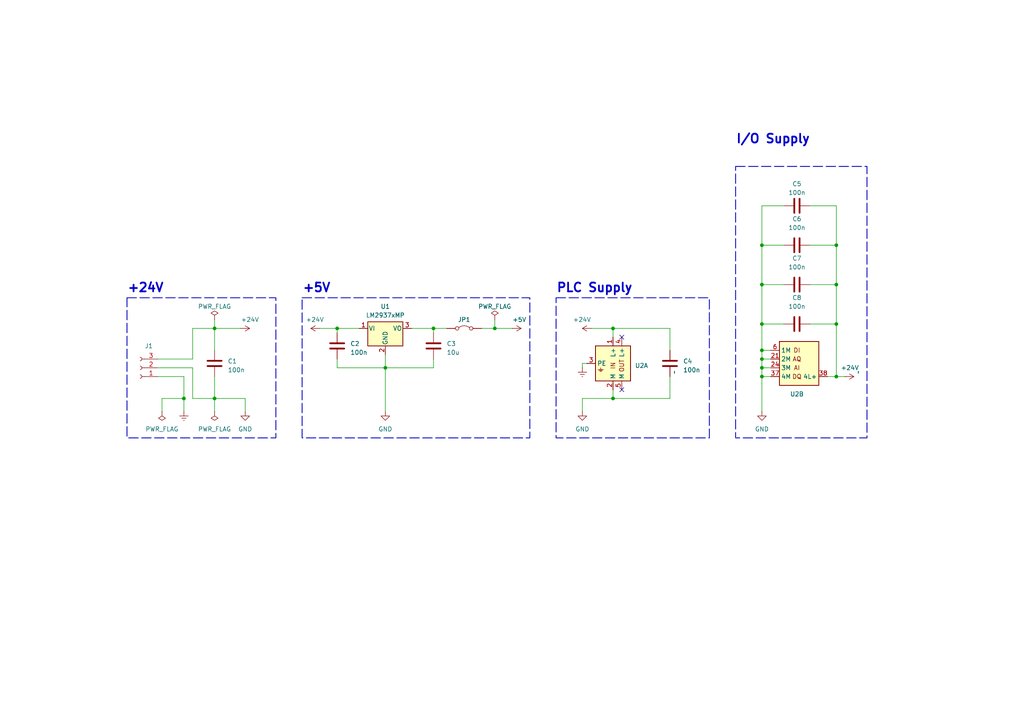
<source format=kicad_sch>
(kicad_sch
	(version 20231120)
	(generator "eeschema")
	(generator_version "8.0")
	(uuid "d37f93c2-2728-448f-8f70-de1d87ab4b93")
	(paper "A4")
	(title_block
		(title "PLC Shield")
		(date "2023-12-25")
		(rev "1")
	)
	(lib_symbols
		(symbol "Connector:Conn_01x03_Socket"
			(pin_names
				(offset 1.016) hide)
			(exclude_from_sim no)
			(in_bom yes)
			(on_board yes)
			(property "Reference" "J"
				(at 0 5.08 0)
				(effects
					(font
						(size 1.27 1.27)
					)
				)
			)
			(property "Value" "Conn_01x03_Socket"
				(at 0 -5.08 0)
				(effects
					(font
						(size 1.27 1.27)
					)
				)
			)
			(property "Footprint" ""
				(at 0 0 0)
				(effects
					(font
						(size 1.27 1.27)
					)
					(hide yes)
				)
			)
			(property "Datasheet" "~"
				(at 0 0 0)
				(effects
					(font
						(size 1.27 1.27)
					)
					(hide yes)
				)
			)
			(property "Description" "Generic connector, single row, 01x03, script generated"
				(at 0 0 0)
				(effects
					(font
						(size 1.27 1.27)
					)
					(hide yes)
				)
			)
			(property "ki_locked" ""
				(at 0 0 0)
				(effects
					(font
						(size 1.27 1.27)
					)
				)
			)
			(property "ki_keywords" "connector"
				(at 0 0 0)
				(effects
					(font
						(size 1.27 1.27)
					)
					(hide yes)
				)
			)
			(property "ki_fp_filters" "Connector*:*_1x??_*"
				(at 0 0 0)
				(effects
					(font
						(size 1.27 1.27)
					)
					(hide yes)
				)
			)
			(symbol "Conn_01x03_Socket_1_1"
				(arc
					(start 0 -2.032)
					(mid -0.5058 -2.54)
					(end 0 -3.048)
					(stroke
						(width 0.1524)
						(type default)
					)
					(fill
						(type none)
					)
				)
				(polyline
					(pts
						(xy -1.27 -2.54) (xy -0.508 -2.54)
					)
					(stroke
						(width 0.1524)
						(type default)
					)
					(fill
						(type none)
					)
				)
				(polyline
					(pts
						(xy -1.27 0) (xy -0.508 0)
					)
					(stroke
						(width 0.1524)
						(type default)
					)
					(fill
						(type none)
					)
				)
				(polyline
					(pts
						(xy -1.27 2.54) (xy -0.508 2.54)
					)
					(stroke
						(width 0.1524)
						(type default)
					)
					(fill
						(type none)
					)
				)
				(arc
					(start 0 0.508)
					(mid -0.5058 0)
					(end 0 -0.508)
					(stroke
						(width 0.1524)
						(type default)
					)
					(fill
						(type none)
					)
				)
				(arc
					(start 0 3.048)
					(mid -0.5058 2.54)
					(end 0 2.032)
					(stroke
						(width 0.1524)
						(type default)
					)
					(fill
						(type none)
					)
				)
				(pin passive line
					(at -5.08 2.54 0)
					(length 3.81)
					(name "Pin_1"
						(effects
							(font
								(size 1.27 1.27)
							)
						)
					)
					(number "1"
						(effects
							(font
								(size 1.27 1.27)
							)
						)
					)
				)
				(pin passive line
					(at -5.08 0 0)
					(length 3.81)
					(name "Pin_2"
						(effects
							(font
								(size 1.27 1.27)
							)
						)
					)
					(number "2"
						(effects
							(font
								(size 1.27 1.27)
							)
						)
					)
				)
				(pin passive line
					(at -5.08 -2.54 0)
					(length 3.81)
					(name "Pin_3"
						(effects
							(font
								(size 1.27 1.27)
							)
						)
					)
					(number "3"
						(effects
							(font
								(size 1.27 1.27)
							)
						)
					)
				)
			)
		)
		(symbol "Device:C"
			(pin_numbers hide)
			(pin_names
				(offset 0.254)
			)
			(exclude_from_sim no)
			(in_bom yes)
			(on_board yes)
			(property "Reference" "C"
				(at 0.635 2.54 0)
				(effects
					(font
						(size 1.27 1.27)
					)
					(justify left)
				)
			)
			(property "Value" "C"
				(at 0.635 -2.54 0)
				(effects
					(font
						(size 1.27 1.27)
					)
					(justify left)
				)
			)
			(property "Footprint" ""
				(at 0.9652 -3.81 0)
				(effects
					(font
						(size 1.27 1.27)
					)
					(hide yes)
				)
			)
			(property "Datasheet" "~"
				(at 0 0 0)
				(effects
					(font
						(size 1.27 1.27)
					)
					(hide yes)
				)
			)
			(property "Description" "Unpolarized capacitor"
				(at 0 0 0)
				(effects
					(font
						(size 1.27 1.27)
					)
					(hide yes)
				)
			)
			(property "ki_keywords" "cap capacitor"
				(at 0 0 0)
				(effects
					(font
						(size 1.27 1.27)
					)
					(hide yes)
				)
			)
			(property "ki_fp_filters" "C_*"
				(at 0 0 0)
				(effects
					(font
						(size 1.27 1.27)
					)
					(hide yes)
				)
			)
			(symbol "C_0_1"
				(polyline
					(pts
						(xy -2.032 -0.762) (xy 2.032 -0.762)
					)
					(stroke
						(width 0.508)
						(type default)
					)
					(fill
						(type none)
					)
				)
				(polyline
					(pts
						(xy -2.032 0.762) (xy 2.032 0.762)
					)
					(stroke
						(width 0.508)
						(type default)
					)
					(fill
						(type none)
					)
				)
			)
			(symbol "C_1_1"
				(pin passive line
					(at 0 3.81 270)
					(length 2.794)
					(name "~"
						(effects
							(font
								(size 1.27 1.27)
							)
						)
					)
					(number "1"
						(effects
							(font
								(size 1.27 1.27)
							)
						)
					)
				)
				(pin passive line
					(at 0 -3.81 90)
					(length 2.794)
					(name "~"
						(effects
							(font
								(size 1.27 1.27)
							)
						)
					)
					(number "2"
						(effects
							(font
								(size 1.27 1.27)
							)
						)
					)
				)
			)
		)
		(symbol "Jumper:Jumper_2_Bridged"
			(pin_numbers hide)
			(pin_names
				(offset 0) hide)
			(exclude_from_sim yes)
			(in_bom yes)
			(on_board yes)
			(property "Reference" "JP"
				(at 0 1.905 0)
				(effects
					(font
						(size 1.27 1.27)
					)
				)
			)
			(property "Value" "Jumper_2_Bridged"
				(at 0 -2.54 0)
				(effects
					(font
						(size 1.27 1.27)
					)
				)
			)
			(property "Footprint" ""
				(at 0 0 0)
				(effects
					(font
						(size 1.27 1.27)
					)
					(hide yes)
				)
			)
			(property "Datasheet" "~"
				(at 0 0 0)
				(effects
					(font
						(size 1.27 1.27)
					)
					(hide yes)
				)
			)
			(property "Description" "Jumper, 2-pole, closed/bridged"
				(at 0 0 0)
				(effects
					(font
						(size 1.27 1.27)
					)
					(hide yes)
				)
			)
			(property "ki_keywords" "Jumper SPST"
				(at 0 0 0)
				(effects
					(font
						(size 1.27 1.27)
					)
					(hide yes)
				)
			)
			(property "ki_fp_filters" "Jumper* TestPoint*2Pads* TestPoint*Bridge*"
				(at 0 0 0)
				(effects
					(font
						(size 1.27 1.27)
					)
					(hide yes)
				)
			)
			(symbol "Jumper_2_Bridged_0_0"
				(circle
					(center -2.032 0)
					(radius 0.508)
					(stroke
						(width 0)
						(type default)
					)
					(fill
						(type none)
					)
				)
				(circle
					(center 2.032 0)
					(radius 0.508)
					(stroke
						(width 0)
						(type default)
					)
					(fill
						(type none)
					)
				)
			)
			(symbol "Jumper_2_Bridged_0_1"
				(arc
					(start 1.524 0.254)
					(mid 0 0.762)
					(end -1.524 0.254)
					(stroke
						(width 0)
						(type default)
					)
					(fill
						(type none)
					)
				)
			)
			(symbol "Jumper_2_Bridged_1_1"
				(pin passive line
					(at -5.08 0 0)
					(length 2.54)
					(name "A"
						(effects
							(font
								(size 1.27 1.27)
							)
						)
					)
					(number "1"
						(effects
							(font
								(size 1.27 1.27)
							)
						)
					)
				)
				(pin passive line
					(at 5.08 0 180)
					(length 2.54)
					(name "B"
						(effects
							(font
								(size 1.27 1.27)
							)
						)
					)
					(number "2"
						(effects
							(font
								(size 1.27 1.27)
							)
						)
					)
				)
			)
		)
		(symbol "PLC-1200:S7-1200"
			(exclude_from_sim no)
			(in_bom yes)
			(on_board yes)
			(property "Reference" "U"
				(at 11.43 0 0)
				(effects
					(font
						(size 1.27 1.27)
					)
				)
			)
			(property "Value" ""
				(at 3.81 -1.905 90)
				(effects
					(font
						(size 1.27 1.27)
					)
				)
			)
			(property "Footprint" ""
				(at 3.81 -1.905 90)
				(effects
					(font
						(size 1.27 1.27)
					)
					(hide yes)
				)
			)
			(property "Datasheet" ""
				(at 3.81 -1.905 90)
				(effects
					(font
						(size 1.27 1.27)
					)
					(hide yes)
				)
			)
			(property "Description" ""
				(at 0 0 0)
				(effects
					(font
						(size 1.27 1.27)
					)
					(hide yes)
				)
			)
			(property "ki_locked" ""
				(at 0 0 0)
				(effects
					(font
						(size 1.27 1.27)
					)
				)
			)
			(symbol "S7-1200_1_1"
				(rectangle
					(start -5.08 5.08)
					(end 5.08 -5.08)
					(stroke
						(width 0.254)
						(type default)
					)
					(fill
						(type background)
					)
				)
				(polyline
					(pts
						(xy -4.318 -1.778) (xy -2.794 -1.778)
					)
					(stroke
						(width 0)
						(type default)
					)
					(fill
						(type none)
					)
				)
				(polyline
					(pts
						(xy -4.064 -2.032) (xy -3.048 -2.032)
					)
					(stroke
						(width 0)
						(type default)
					)
					(fill
						(type none)
					)
				)
				(polyline
					(pts
						(xy -3.81 -2.286) (xy -3.302 -2.286)
					)
					(stroke
						(width 0)
						(type default)
					)
					(fill
						(type none)
					)
				)
				(polyline
					(pts
						(xy -3.556 -1.27) (xy -3.556 -1.778)
					)
					(stroke
						(width 0)
						(type default)
					)
					(fill
						(type none)
					)
				)
				(text "IN"
					(at 0 -0.635 900)
					(effects
						(font
							(size 1.27 1.27)
						)
					)
				)
				(text "OUT"
					(at 2.54 -0.635 900)
					(effects
						(font
							(size 1.27 1.27)
						)
					)
				)
				(pin power_in line
					(at 0 7.62 270)
					(length 2.54)
					(name "L+"
						(effects
							(font
								(size 1.27 1.27)
							)
						)
					)
					(number "1"
						(effects
							(font
								(size 1.27 1.27)
							)
						)
					)
				)
				(pin power_in line
					(at 0 -7.62 90)
					(length 2.54)
					(name "M"
						(effects
							(font
								(size 1.27 1.27)
							)
						)
					)
					(number "2"
						(effects
							(font
								(size 1.27 1.27)
							)
						)
					)
				)
				(pin power_in line
					(at -7.62 0 0)
					(length 2.54)
					(name "PE"
						(effects
							(font
								(size 1.27 1.27)
							)
						)
					)
					(number "3"
						(effects
							(font
								(size 1.27 1.27)
							)
						)
					)
				)
				(pin power_out line
					(at 2.54 7.62 270)
					(length 2.54)
					(name "L+"
						(effects
							(font
								(size 1.27 1.27)
							)
						)
					)
					(number "4"
						(effects
							(font
								(size 1.27 1.27)
							)
						)
					)
				)
				(pin power_out line
					(at 2.54 -7.62 90)
					(length 2.54)
					(name "M"
						(effects
							(font
								(size 1.27 1.27)
							)
						)
					)
					(number "5"
						(effects
							(font
								(size 1.27 1.27)
							)
						)
					)
				)
			)
			(symbol "S7-1200_2_1"
				(rectangle
					(start -5.08 6.35)
					(end 6.35 -6.35)
					(stroke
						(width 0.254)
						(type default)
					)
					(fill
						(type background)
					)
				)
				(text "AI"
					(at 0 -1.27 0)
					(effects
						(font
							(size 1.27 1.27)
						)
					)
				)
				(text "AQ"
					(at 0 1.27 0)
					(effects
						(font
							(size 1.27 1.27)
						)
					)
				)
				(text "DI"
					(at 0 3.81 0)
					(effects
						(font
							(size 1.27 1.27)
						)
					)
				)
				(text "DQ"
					(at 0 -3.81 0)
					(effects
						(font
							(size 1.27 1.27)
						)
					)
				)
				(pin power_in line
					(at -7.62 1.27 0)
					(length 2.54)
					(name "2M"
						(effects
							(font
								(size 1.27 1.27)
							)
						)
					)
					(number "21"
						(effects
							(font
								(size 1.27 1.27)
							)
						)
					)
				)
				(pin power_in line
					(at -7.62 -1.27 0)
					(length 2.54)
					(name "3M"
						(effects
							(font
								(size 1.27 1.27)
							)
						)
					)
					(number "24"
						(effects
							(font
								(size 1.27 1.27)
							)
						)
					)
				)
				(pin power_in line
					(at -7.62 -3.81 0)
					(length 2.54)
					(name "4M"
						(effects
							(font
								(size 1.27 1.27)
							)
						)
					)
					(number "37"
						(effects
							(font
								(size 1.27 1.27)
							)
						)
					)
				)
				(pin power_in line
					(at 8.89 -3.81 180)
					(length 2.54)
					(name "4L+"
						(effects
							(font
								(size 1.27 1.27)
							)
						)
					)
					(number "38"
						(effects
							(font
								(size 1.27 1.27)
							)
						)
					)
				)
				(pin power_in line
					(at -7.62 3.81 0)
					(length 2.54)
					(name "1M"
						(effects
							(font
								(size 1.27 1.27)
							)
						)
					)
					(number "6"
						(effects
							(font
								(size 1.27 1.27)
							)
						)
					)
				)
			)
			(symbol "S7-1200_3_1"
				(rectangle
					(start -2.54 11.43)
					(end 3.81 -11.43)
					(stroke
						(width 0.254)
						(type default)
					)
					(fill
						(type background)
					)
				)
				(pin input line
					(at -5.08 -1.27 0)
					(length 2.54)
					(name "a.3"
						(effects
							(font
								(size 1.27 1.27)
							)
						)
					)
					(number "10"
						(effects
							(font
								(size 1.27 1.27)
							)
						)
					)
				)
				(pin input line
					(at -5.08 1.27 0)
					(length 2.54)
					(name "a.4"
						(effects
							(font
								(size 1.27 1.27)
							)
						)
					)
					(number "11"
						(effects
							(font
								(size 1.27 1.27)
							)
						)
					)
				)
				(pin input line
					(at -5.08 3.81 0)
					(length 2.54)
					(name "a.5"
						(effects
							(font
								(size 1.27 1.27)
							)
						)
					)
					(number "12"
						(effects
							(font
								(size 1.27 1.27)
							)
						)
					)
				)
				(pin input line
					(at -5.08 6.35 0)
					(length 2.54)
					(name "a.6"
						(effects
							(font
								(size 1.27 1.27)
							)
						)
					)
					(number "13"
						(effects
							(font
								(size 1.27 1.27)
							)
						)
					)
				)
				(pin input line
					(at -5.08 8.89 0)
					(length 2.54)
					(name "a.7"
						(effects
							(font
								(size 1.27 1.27)
							)
						)
					)
					(number "14"
						(effects
							(font
								(size 1.27 1.27)
							)
						)
					)
				)
				(pin input line
					(at -5.08 -8.89 0)
					(length 2.54)
					(name "a.0"
						(effects
							(font
								(size 1.27 1.27)
							)
						)
					)
					(number "7"
						(effects
							(font
								(size 1.27 1.27)
							)
						)
					)
				)
				(pin input line
					(at -5.08 -6.35 0)
					(length 2.54)
					(name "a.1"
						(effects
							(font
								(size 1.27 1.27)
							)
						)
					)
					(number "8"
						(effects
							(font
								(size 1.27 1.27)
							)
						)
					)
				)
				(pin input line
					(at -5.08 -3.81 0)
					(length 2.54)
					(name "a.2"
						(effects
							(font
								(size 1.27 1.27)
							)
						)
					)
					(number "9"
						(effects
							(font
								(size 1.27 1.27)
							)
						)
					)
				)
			)
			(symbol "S7-1200_4_1"
				(rectangle
					(start -2.54 8.89)
					(end 3.81 -8.89)
					(stroke
						(width 0.254)
						(type default)
					)
					(fill
						(type background)
					)
				)
				(pin input line
					(at -5.08 -6.35 0)
					(length 2.54)
					(name "b.0"
						(effects
							(font
								(size 1.27 1.27)
							)
						)
					)
					(number "15"
						(effects
							(font
								(size 1.27 1.27)
							)
						)
					)
				)
				(pin input line
					(at -5.08 -3.81 0)
					(length 2.54)
					(name "b.1"
						(effects
							(font
								(size 1.27 1.27)
							)
						)
					)
					(number "16"
						(effects
							(font
								(size 1.27 1.27)
							)
						)
					)
				)
				(pin input line
					(at -5.08 -1.27 0)
					(length 2.54)
					(name "b.2"
						(effects
							(font
								(size 1.27 1.27)
							)
						)
					)
					(number "17"
						(effects
							(font
								(size 1.27 1.27)
							)
						)
					)
				)
				(pin input line
					(at -5.08 1.27 0)
					(length 2.54)
					(name "b.3"
						(effects
							(font
								(size 1.27 1.27)
							)
						)
					)
					(number "18"
						(effects
							(font
								(size 1.27 1.27)
							)
						)
					)
				)
				(pin input line
					(at -5.08 3.81 0)
					(length 2.54)
					(name "b.4"
						(effects
							(font
								(size 1.27 1.27)
							)
						)
					)
					(number "19"
						(effects
							(font
								(size 1.27 1.27)
							)
						)
					)
				)
				(pin input line
					(at -5.08 6.35 0)
					(length 2.54)
					(name "b.5"
						(effects
							(font
								(size 1.27 1.27)
							)
						)
					)
					(number "20"
						(effects
							(font
								(size 1.27 1.27)
							)
						)
					)
				)
			)
			(symbol "S7-1200_5_1"
				(rectangle
					(start -2.54 11.43)
					(end 3.81 -11.43)
					(stroke
						(width 0.254)
						(type default)
					)
					(fill
						(type background)
					)
				)
				(pin output line
					(at -5.08 -8.89 0)
					(length 2.54)
					(name "a.7"
						(effects
							(font
								(size 1.27 1.27)
							)
						)
					)
					(number "29"
						(effects
							(font
								(size 1.27 1.27)
							)
						)
					)
				)
				(pin output line
					(at -5.08 -6.35 0)
					(length 2.54)
					(name "a.6"
						(effects
							(font
								(size 1.27 1.27)
							)
						)
					)
					(number "30"
						(effects
							(font
								(size 1.27 1.27)
							)
						)
					)
				)
				(pin output line
					(at -5.08 -3.81 0)
					(length 2.54)
					(name "a.5"
						(effects
							(font
								(size 1.27 1.27)
							)
						)
					)
					(number "31"
						(effects
							(font
								(size 1.27 1.27)
							)
						)
					)
				)
				(pin output line
					(at -5.08 -1.27 0)
					(length 2.54)
					(name "a.4"
						(effects
							(font
								(size 1.27 1.27)
							)
						)
					)
					(number "32"
						(effects
							(font
								(size 1.27 1.27)
							)
						)
					)
				)
				(pin output line
					(at -5.08 1.27 0)
					(length 2.54)
					(name "a.3"
						(effects
							(font
								(size 1.27 1.27)
							)
						)
					)
					(number "33"
						(effects
							(font
								(size 1.27 1.27)
							)
						)
					)
				)
				(pin output line
					(at -5.08 3.81 0)
					(length 2.54)
					(name "a.2"
						(effects
							(font
								(size 1.27 1.27)
							)
						)
					)
					(number "34"
						(effects
							(font
								(size 1.27 1.27)
							)
						)
					)
				)
				(pin output line
					(at -5.08 6.35 0)
					(length 2.54)
					(name "a.1"
						(effects
							(font
								(size 1.27 1.27)
							)
						)
					)
					(number "35"
						(effects
							(font
								(size 1.27 1.27)
							)
						)
					)
				)
				(pin output line
					(at -5.08 8.89 0)
					(length 2.54)
					(name "a.0"
						(effects
							(font
								(size 1.27 1.27)
							)
						)
					)
					(number "36"
						(effects
							(font
								(size 1.27 1.27)
							)
						)
					)
				)
			)
			(symbol "S7-1200_6_1"
				(rectangle
					(start -2.54 3.81)
					(end 3.81 -3.81)
					(stroke
						(width 0.254)
						(type default)
					)
					(fill
						(type background)
					)
				)
				(pin output line
					(at -5.08 -1.27 0)
					(length 2.54)
					(name "b.1"
						(effects
							(font
								(size 1.27 1.27)
							)
						)
					)
					(number "27"
						(effects
							(font
								(size 1.27 1.27)
							)
						)
					)
				)
				(pin output line
					(at -5.08 1.27 0)
					(length 2.54)
					(name "b.0"
						(effects
							(font
								(size 1.27 1.27)
							)
						)
					)
					(number "28"
						(effects
							(font
								(size 1.27 1.27)
							)
						)
					)
				)
			)
			(symbol "S7-1200_7_1"
				(rectangle
					(start -2.54 3.81)
					(end 3.81 -3.81)
					(stroke
						(width 0.254)
						(type default)
					)
					(fill
						(type background)
					)
				)
				(pin input line
					(at -5.08 -1.27 0)
					(length 2.54)
					(name "AI.0"
						(effects
							(font
								(size 1.27 1.27)
							)
						)
					)
					(number "25"
						(effects
							(font
								(size 1.27 1.27)
							)
						)
					)
				)
				(pin input line
					(at -5.08 1.27 0)
					(length 2.54)
					(name "AI.1"
						(effects
							(font
								(size 1.27 1.27)
							)
						)
					)
					(number "26"
						(effects
							(font
								(size 1.27 1.27)
							)
						)
					)
				)
			)
			(symbol "S7-1200_8_1"
				(rectangle
					(start -2.54 3.81)
					(end 3.81 -3.81)
					(stroke
						(width 0.254)
						(type default)
					)
					(fill
						(type background)
					)
				)
				(pin output line
					(at -5.08 1.27 0)
					(length 2.54)
					(name "AQ.0"
						(effects
							(font
								(size 1.27 1.27)
							)
						)
					)
					(number "22"
						(effects
							(font
								(size 1.27 1.27)
							)
						)
					)
				)
				(pin output line
					(at -5.08 -1.27 0)
					(length 2.54)
					(name "AQ.1"
						(effects
							(font
								(size 1.27 1.27)
							)
						)
					)
					(number "23"
						(effects
							(font
								(size 1.27 1.27)
							)
						)
					)
				)
			)
		)
		(symbol "Regulator_Linear:LM2937xMP"
			(pin_names
				(offset 0.254)
			)
			(exclude_from_sim no)
			(in_bom yes)
			(on_board yes)
			(property "Reference" "U"
				(at -3.81 3.175 0)
				(effects
					(font
						(size 1.27 1.27)
					)
				)
			)
			(property "Value" "LM2937xMP"
				(at 0 3.175 0)
				(effects
					(font
						(size 1.27 1.27)
					)
					(justify left)
				)
			)
			(property "Footprint" "Package_TO_SOT_SMD:SOT-223-3_TabPin2"
				(at 0 5.715 0)
				(effects
					(font
						(size 1.27 1.27)
						(italic yes)
					)
					(hide yes)
				)
			)
			(property "Datasheet" "http://www.ti.com/lit/ds/symlink/lm2937.pdf"
				(at 0 -1.27 0)
				(effects
					(font
						(size 1.27 1.27)
					)
					(hide yes)
				)
			)
			(property "Description" "500-mA Low Dropout Regulator, SOT-223"
				(at 0 0 0)
				(effects
					(font
						(size 1.27 1.27)
					)
					(hide yes)
				)
			)
			(property "ki_keywords" "Voltage Regulator Low Dropuout Positive LDO"
				(at 0 0 0)
				(effects
					(font
						(size 1.27 1.27)
					)
					(hide yes)
				)
			)
			(property "ki_fp_filters" "SOT?223*"
				(at 0 0 0)
				(effects
					(font
						(size 1.27 1.27)
					)
					(hide yes)
				)
			)
			(symbol "LM2937xMP_0_1"
				(rectangle
					(start -5.08 -5.08)
					(end 5.08 1.905)
					(stroke
						(width 0.254)
						(type default)
					)
					(fill
						(type background)
					)
				)
			)
			(symbol "LM2937xMP_1_1"
				(pin power_in line
					(at -7.62 0 0)
					(length 2.54)
					(name "VI"
						(effects
							(font
								(size 1.27 1.27)
							)
						)
					)
					(number "1"
						(effects
							(font
								(size 1.27 1.27)
							)
						)
					)
				)
				(pin power_in line
					(at 0 -7.62 90)
					(length 2.54)
					(name "GND"
						(effects
							(font
								(size 1.27 1.27)
							)
						)
					)
					(number "2"
						(effects
							(font
								(size 1.27 1.27)
							)
						)
					)
				)
				(pin power_out line
					(at 7.62 0 180)
					(length 2.54)
					(name "VO"
						(effects
							(font
								(size 1.27 1.27)
							)
						)
					)
					(number "3"
						(effects
							(font
								(size 1.27 1.27)
							)
						)
					)
				)
			)
		)
		(symbol "power:+24V"
			(power)
			(pin_numbers hide)
			(pin_names
				(offset 0) hide)
			(exclude_from_sim no)
			(in_bom yes)
			(on_board yes)
			(property "Reference" "#PWR"
				(at 0 -3.81 0)
				(effects
					(font
						(size 1.27 1.27)
					)
					(hide yes)
				)
			)
			(property "Value" "+24V"
				(at 0 3.556 0)
				(effects
					(font
						(size 1.27 1.27)
					)
				)
			)
			(property "Footprint" ""
				(at 0 0 0)
				(effects
					(font
						(size 1.27 1.27)
					)
					(hide yes)
				)
			)
			(property "Datasheet" ""
				(at 0 0 0)
				(effects
					(font
						(size 1.27 1.27)
					)
					(hide yes)
				)
			)
			(property "Description" "Power symbol creates a global label with name \"+24V\""
				(at 0 0 0)
				(effects
					(font
						(size 1.27 1.27)
					)
					(hide yes)
				)
			)
			(property "ki_keywords" "global power"
				(at 0 0 0)
				(effects
					(font
						(size 1.27 1.27)
					)
					(hide yes)
				)
			)
			(symbol "+24V_0_1"
				(polyline
					(pts
						(xy -0.762 1.27) (xy 0 2.54)
					)
					(stroke
						(width 0)
						(type default)
					)
					(fill
						(type none)
					)
				)
				(polyline
					(pts
						(xy 0 0) (xy 0 2.54)
					)
					(stroke
						(width 0)
						(type default)
					)
					(fill
						(type none)
					)
				)
				(polyline
					(pts
						(xy 0 2.54) (xy 0.762 1.27)
					)
					(stroke
						(width 0)
						(type default)
					)
					(fill
						(type none)
					)
				)
			)
			(symbol "+24V_1_1"
				(pin power_in line
					(at 0 0 90)
					(length 0)
					(name "~"
						(effects
							(font
								(size 1.27 1.27)
							)
						)
					)
					(number "1"
						(effects
							(font
								(size 1.27 1.27)
							)
						)
					)
				)
			)
		)
		(symbol "power:+5V"
			(power)
			(pin_numbers hide)
			(pin_names
				(offset 0) hide)
			(exclude_from_sim no)
			(in_bom yes)
			(on_board yes)
			(property "Reference" "#PWR"
				(at 0 -3.81 0)
				(effects
					(font
						(size 1.27 1.27)
					)
					(hide yes)
				)
			)
			(property "Value" "+5V"
				(at 0 3.556 0)
				(effects
					(font
						(size 1.27 1.27)
					)
				)
			)
			(property "Footprint" ""
				(at 0 0 0)
				(effects
					(font
						(size 1.27 1.27)
					)
					(hide yes)
				)
			)
			(property "Datasheet" ""
				(at 0 0 0)
				(effects
					(font
						(size 1.27 1.27)
					)
					(hide yes)
				)
			)
			(property "Description" "Power symbol creates a global label with name \"+5V\""
				(at 0 0 0)
				(effects
					(font
						(size 1.27 1.27)
					)
					(hide yes)
				)
			)
			(property "ki_keywords" "global power"
				(at 0 0 0)
				(effects
					(font
						(size 1.27 1.27)
					)
					(hide yes)
				)
			)
			(symbol "+5V_0_1"
				(polyline
					(pts
						(xy -0.762 1.27) (xy 0 2.54)
					)
					(stroke
						(width 0)
						(type default)
					)
					(fill
						(type none)
					)
				)
				(polyline
					(pts
						(xy 0 0) (xy 0 2.54)
					)
					(stroke
						(width 0)
						(type default)
					)
					(fill
						(type none)
					)
				)
				(polyline
					(pts
						(xy 0 2.54) (xy 0.762 1.27)
					)
					(stroke
						(width 0)
						(type default)
					)
					(fill
						(type none)
					)
				)
			)
			(symbol "+5V_1_1"
				(pin power_in line
					(at 0 0 90)
					(length 0)
					(name "~"
						(effects
							(font
								(size 1.27 1.27)
							)
						)
					)
					(number "1"
						(effects
							(font
								(size 1.27 1.27)
							)
						)
					)
				)
			)
		)
		(symbol "power:Earth"
			(power)
			(pin_numbers hide)
			(pin_names
				(offset 0) hide)
			(exclude_from_sim no)
			(in_bom yes)
			(on_board yes)
			(property "Reference" "#PWR"
				(at 0 -6.35 0)
				(effects
					(font
						(size 1.27 1.27)
					)
					(hide yes)
				)
			)
			(property "Value" "Earth"
				(at 0 -3.81 0)
				(effects
					(font
						(size 1.27 1.27)
					)
				)
			)
			(property "Footprint" ""
				(at 0 0 0)
				(effects
					(font
						(size 1.27 1.27)
					)
					(hide yes)
				)
			)
			(property "Datasheet" "~"
				(at 0 0 0)
				(effects
					(font
						(size 1.27 1.27)
					)
					(hide yes)
				)
			)
			(property "Description" "Power symbol creates a global label with name \"Earth\""
				(at 0 0 0)
				(effects
					(font
						(size 1.27 1.27)
					)
					(hide yes)
				)
			)
			(property "ki_keywords" "global ground gnd"
				(at 0 0 0)
				(effects
					(font
						(size 1.27 1.27)
					)
					(hide yes)
				)
			)
			(symbol "Earth_0_1"
				(polyline
					(pts
						(xy -0.635 -1.905) (xy 0.635 -1.905)
					)
					(stroke
						(width 0)
						(type default)
					)
					(fill
						(type none)
					)
				)
				(polyline
					(pts
						(xy -0.127 -2.54) (xy 0.127 -2.54)
					)
					(stroke
						(width 0)
						(type default)
					)
					(fill
						(type none)
					)
				)
				(polyline
					(pts
						(xy 0 -1.27) (xy 0 0)
					)
					(stroke
						(width 0)
						(type default)
					)
					(fill
						(type none)
					)
				)
				(polyline
					(pts
						(xy 1.27 -1.27) (xy -1.27 -1.27)
					)
					(stroke
						(width 0)
						(type default)
					)
					(fill
						(type none)
					)
				)
			)
			(symbol "Earth_1_1"
				(pin power_in line
					(at 0 0 270)
					(length 0)
					(name "~"
						(effects
							(font
								(size 1.27 1.27)
							)
						)
					)
					(number "1"
						(effects
							(font
								(size 1.27 1.27)
							)
						)
					)
				)
			)
		)
		(symbol "power:GND"
			(power)
			(pin_numbers hide)
			(pin_names
				(offset 0) hide)
			(exclude_from_sim no)
			(in_bom yes)
			(on_board yes)
			(property "Reference" "#PWR"
				(at 0 -6.35 0)
				(effects
					(font
						(size 1.27 1.27)
					)
					(hide yes)
				)
			)
			(property "Value" "GND"
				(at 0 -3.81 0)
				(effects
					(font
						(size 1.27 1.27)
					)
				)
			)
			(property "Footprint" ""
				(at 0 0 0)
				(effects
					(font
						(size 1.27 1.27)
					)
					(hide yes)
				)
			)
			(property "Datasheet" ""
				(at 0 0 0)
				(effects
					(font
						(size 1.27 1.27)
					)
					(hide yes)
				)
			)
			(property "Description" "Power symbol creates a global label with name \"GND\" , ground"
				(at 0 0 0)
				(effects
					(font
						(size 1.27 1.27)
					)
					(hide yes)
				)
			)
			(property "ki_keywords" "global power"
				(at 0 0 0)
				(effects
					(font
						(size 1.27 1.27)
					)
					(hide yes)
				)
			)
			(symbol "GND_0_1"
				(polyline
					(pts
						(xy 0 0) (xy 0 -1.27) (xy 1.27 -1.27) (xy 0 -2.54) (xy -1.27 -1.27) (xy 0 -1.27)
					)
					(stroke
						(width 0)
						(type default)
					)
					(fill
						(type none)
					)
				)
			)
			(symbol "GND_1_1"
				(pin power_in line
					(at 0 0 270)
					(length 0)
					(name "~"
						(effects
							(font
								(size 1.27 1.27)
							)
						)
					)
					(number "1"
						(effects
							(font
								(size 1.27 1.27)
							)
						)
					)
				)
			)
		)
		(symbol "power:PWR_FLAG"
			(power)
			(pin_numbers hide)
			(pin_names
				(offset 0) hide)
			(exclude_from_sim no)
			(in_bom yes)
			(on_board yes)
			(property "Reference" "#FLG"
				(at 0 1.905 0)
				(effects
					(font
						(size 1.27 1.27)
					)
					(hide yes)
				)
			)
			(property "Value" "PWR_FLAG"
				(at 0 3.81 0)
				(effects
					(font
						(size 1.27 1.27)
					)
				)
			)
			(property "Footprint" ""
				(at 0 0 0)
				(effects
					(font
						(size 1.27 1.27)
					)
					(hide yes)
				)
			)
			(property "Datasheet" "~"
				(at 0 0 0)
				(effects
					(font
						(size 1.27 1.27)
					)
					(hide yes)
				)
			)
			(property "Description" "Special symbol for telling ERC where power comes from"
				(at 0 0 0)
				(effects
					(font
						(size 1.27 1.27)
					)
					(hide yes)
				)
			)
			(property "ki_keywords" "flag power"
				(at 0 0 0)
				(effects
					(font
						(size 1.27 1.27)
					)
					(hide yes)
				)
			)
			(symbol "PWR_FLAG_0_0"
				(pin power_out line
					(at 0 0 90)
					(length 0)
					(name "~"
						(effects
							(font
								(size 1.27 1.27)
							)
						)
					)
					(number "1"
						(effects
							(font
								(size 1.27 1.27)
							)
						)
					)
				)
			)
			(symbol "PWR_FLAG_0_1"
				(polyline
					(pts
						(xy 0 0) (xy 0 1.27) (xy -1.016 1.905) (xy 0 2.54) (xy 1.016 1.905) (xy 0 1.27)
					)
					(stroke
						(width 0)
						(type default)
					)
					(fill
						(type none)
					)
				)
			)
		)
	)
	(junction
		(at 220.98 106.68)
		(diameter 0)
		(color 0 0 0 0)
		(uuid "2439cae0-7d49-4ac4-934a-dd603f143d0c")
	)
	(junction
		(at 220.98 82.55)
		(diameter 0)
		(color 0 0 0 0)
		(uuid "430ebf51-a14f-4ba2-bc97-5d5eb61a9748")
	)
	(junction
		(at 220.98 71.12)
		(diameter 0)
		(color 0 0 0 0)
		(uuid "63c698d9-0f38-407d-aa74-5b9e6c3bea0a")
	)
	(junction
		(at 220.98 104.14)
		(diameter 0)
		(color 0 0 0 0)
		(uuid "67461888-dbdf-429a-bb8b-780ea1097c3a")
	)
	(junction
		(at 111.76 106.68)
		(diameter 0)
		(color 0 0 0 0)
		(uuid "7c21ea97-e8b0-4f06-a13e-6e9fb04a06e2")
	)
	(junction
		(at 220.98 101.6)
		(diameter 0)
		(color 0 0 0 0)
		(uuid "7d0aced2-d6d0-4a02-8342-98e77b1eae19")
	)
	(junction
		(at 53.34 115.57)
		(diameter 0)
		(color 0 0 0 0)
		(uuid "7db6cbd3-0f83-4fbd-97c4-722e33fd9f88")
	)
	(junction
		(at 220.98 109.22)
		(diameter 0)
		(color 0 0 0 0)
		(uuid "91803f50-95d5-4d1f-9773-a60af6253a78")
	)
	(junction
		(at 242.57 71.12)
		(diameter 0)
		(color 0 0 0 0)
		(uuid "9655011f-e7e6-423a-a9d4-246cceb960a3")
	)
	(junction
		(at 62.23 95.25)
		(diameter 0)
		(color 0 0 0 0)
		(uuid "96ea647e-ee36-4f0d-b4f2-a77f8647b05d")
	)
	(junction
		(at 125.73 95.25)
		(diameter 0)
		(color 0 0 0 0)
		(uuid "a14db790-9ba1-4d24-be63-0a0fe444f142")
	)
	(junction
		(at 97.79 95.25)
		(diameter 0)
		(color 0 0 0 0)
		(uuid "a81b0259-44f6-4c8f-9393-1f943f09e9dc")
	)
	(junction
		(at 143.51 95.25)
		(diameter 0)
		(color 0 0 0 0)
		(uuid "a932a808-c48b-43fa-a8da-a6574454e442")
	)
	(junction
		(at 242.57 82.55)
		(diameter 0)
		(color 0 0 0 0)
		(uuid "af3518f3-c35b-4e34-b6d7-d692124ffa03")
	)
	(junction
		(at 242.57 109.22)
		(diameter 0)
		(color 0 0 0 0)
		(uuid "b54d1631-6497-49c0-ac78-6356454f7257")
	)
	(junction
		(at 220.98 93.98)
		(diameter 0)
		(color 0 0 0 0)
		(uuid "b5e2d403-8026-48b5-a08e-ba71e0a2907f")
	)
	(junction
		(at 177.8 115.57)
		(diameter 0)
		(color 0 0 0 0)
		(uuid "c4bba851-696c-4461-8afd-58b2bcbe4156")
	)
	(junction
		(at 177.8 95.25)
		(diameter 0)
		(color 0 0 0 0)
		(uuid "d13b7d43-990b-42f4-a3da-dcba2e3521a0")
	)
	(junction
		(at 62.23 115.57)
		(diameter 0)
		(color 0 0 0 0)
		(uuid "f9e6655c-32b4-45d8-bb2d-574659f639e7")
	)
	(junction
		(at 242.57 93.98)
		(diameter 0)
		(color 0 0 0 0)
		(uuid "ff0836fd-9b35-4703-a8dc-3fe86b37c613")
	)
	(no_connect
		(at 180.34 113.03)
		(uuid "d911afa5-256c-4ef0-bc63-a264b5e0185d")
	)
	(no_connect
		(at 180.34 97.79)
		(uuid "fc71da7c-0ca6-455e-8380-2ea5ea460246")
	)
	(wire
		(pts
			(xy 125.73 106.68) (xy 125.73 104.14)
		)
		(stroke
			(width 0)
			(type default)
		)
		(uuid "0325e911-036d-4517-b1e5-a440458bf40f")
	)
	(wire
		(pts
			(xy 220.98 101.6) (xy 220.98 93.98)
		)
		(stroke
			(width 0)
			(type default)
		)
		(uuid "11a76dd1-2424-437e-b6c1-bb9dfc480046")
	)
	(wire
		(pts
			(xy 97.79 106.68) (xy 111.76 106.68)
		)
		(stroke
			(width 0)
			(type default)
		)
		(uuid "11c20489-e805-4ee4-aa9c-99c892503139")
	)
	(wire
		(pts
			(xy 97.79 95.25) (xy 104.14 95.25)
		)
		(stroke
			(width 0)
			(type default)
		)
		(uuid "27b973cc-2a5b-4331-b71b-201899819186")
	)
	(wire
		(pts
			(xy 220.98 106.68) (xy 220.98 109.22)
		)
		(stroke
			(width 0)
			(type default)
		)
		(uuid "27fc7d10-4258-486f-ae56-479a5fbf30cd")
	)
	(wire
		(pts
			(xy 143.51 92.71) (xy 143.51 95.25)
		)
		(stroke
			(width 0)
			(type default)
		)
		(uuid "352731a5-2f1e-411d-b277-80f8101b378c")
	)
	(wire
		(pts
			(xy 242.57 59.69) (xy 242.57 71.12)
		)
		(stroke
			(width 0)
			(type default)
		)
		(uuid "3846afa0-a48b-4d11-9b22-2998c83d52b0")
	)
	(wire
		(pts
			(xy 62.23 115.57) (xy 71.12 115.57)
		)
		(stroke
			(width 0)
			(type default)
		)
		(uuid "39547ea7-c4e5-4ef2-a1ab-bdc48a8e6eb8")
	)
	(wire
		(pts
			(xy 220.98 82.55) (xy 227.33 82.55)
		)
		(stroke
			(width 0)
			(type default)
		)
		(uuid "3bdee115-b119-4a63-96bc-268dafe9753d")
	)
	(wire
		(pts
			(xy 220.98 59.69) (xy 220.98 71.12)
		)
		(stroke
			(width 0)
			(type default)
		)
		(uuid "4180683a-5a9d-4c2d-89c9-1de7f3074a19")
	)
	(wire
		(pts
			(xy 53.34 109.22) (xy 53.34 115.57)
		)
		(stroke
			(width 0)
			(type default)
		)
		(uuid "430ebc43-fd21-496b-acbd-35a319da0c47")
	)
	(wire
		(pts
			(xy 227.33 59.69) (xy 220.98 59.69)
		)
		(stroke
			(width 0)
			(type default)
		)
		(uuid "437a6bcc-b22a-43f8-b29b-4bd928ab7976")
	)
	(wire
		(pts
			(xy 220.98 109.22) (xy 223.52 109.22)
		)
		(stroke
			(width 0)
			(type default)
		)
		(uuid "44ed01ed-2328-4ff4-88a4-7e0a7f9f788b")
	)
	(wire
		(pts
			(xy 55.88 104.14) (xy 55.88 95.25)
		)
		(stroke
			(width 0)
			(type default)
		)
		(uuid "4bf4e38b-7ca7-43af-8013-9606aed160d8")
	)
	(wire
		(pts
			(xy 177.8 115.57) (xy 177.8 113.03)
		)
		(stroke
			(width 0)
			(type default)
		)
		(uuid "4ee49502-2680-4331-8060-adb837d18905")
	)
	(wire
		(pts
			(xy 55.88 95.25) (xy 62.23 95.25)
		)
		(stroke
			(width 0)
			(type default)
		)
		(uuid "57ce8735-0d98-493d-9637-3970436e3ff6")
	)
	(wire
		(pts
			(xy 177.8 115.57) (xy 194.31 115.57)
		)
		(stroke
			(width 0)
			(type default)
		)
		(uuid "5c0a83f9-f592-4e1b-a0d6-2d27c679fe35")
	)
	(wire
		(pts
			(xy 171.45 95.25) (xy 177.8 95.25)
		)
		(stroke
			(width 0)
			(type default)
		)
		(uuid "5ca9c1c7-decc-4c2d-bf8a-b20f93eefc43")
	)
	(wire
		(pts
			(xy 139.7 95.25) (xy 143.51 95.25)
		)
		(stroke
			(width 0)
			(type default)
		)
		(uuid "5e14748f-4c55-43bc-8650-8470fb3cfd51")
	)
	(wire
		(pts
			(xy 62.23 95.25) (xy 69.85 95.25)
		)
		(stroke
			(width 0)
			(type default)
		)
		(uuid "60f246cc-bc26-4b2a-9536-750cf9228910")
	)
	(wire
		(pts
			(xy 220.98 71.12) (xy 227.33 71.12)
		)
		(stroke
			(width 0)
			(type default)
		)
		(uuid "67a0de8e-34f6-4c8a-b3cb-affb050b050a")
	)
	(wire
		(pts
			(xy 111.76 106.68) (xy 125.73 106.68)
		)
		(stroke
			(width 0)
			(type default)
		)
		(uuid "6a5b8851-3b58-4492-8c39-5e3fd1da06a8")
	)
	(wire
		(pts
			(xy 168.91 119.38) (xy 168.91 115.57)
		)
		(stroke
			(width 0)
			(type default)
		)
		(uuid "6a6416b4-a225-4a69-8b68-408c90a20a35")
	)
	(wire
		(pts
			(xy 234.95 59.69) (xy 242.57 59.69)
		)
		(stroke
			(width 0)
			(type default)
		)
		(uuid "6ba71bd6-97e9-4228-8b43-6c0271e225c5")
	)
	(wire
		(pts
			(xy 194.31 101.6) (xy 194.31 95.25)
		)
		(stroke
			(width 0)
			(type default)
		)
		(uuid "7398e270-d6ee-43fc-bba2-bdd8a73db876")
	)
	(wire
		(pts
			(xy 234.95 82.55) (xy 242.57 82.55)
		)
		(stroke
			(width 0)
			(type default)
		)
		(uuid "73a8c992-0fc2-4051-b978-42a0de6e6b76")
	)
	(wire
		(pts
			(xy 220.98 93.98) (xy 227.33 93.98)
		)
		(stroke
			(width 0)
			(type default)
		)
		(uuid "742215b4-5b0b-4a86-b9aa-dcd00a517fff")
	)
	(wire
		(pts
			(xy 111.76 102.87) (xy 111.76 106.68)
		)
		(stroke
			(width 0)
			(type default)
		)
		(uuid "78091f3d-067b-4e28-9a4f-f215cf36e93b")
	)
	(wire
		(pts
			(xy 92.71 95.25) (xy 97.79 95.25)
		)
		(stroke
			(width 0)
			(type default)
		)
		(uuid "7de9b9ce-f2d5-4df9-a8f4-91cf01eed0ca")
	)
	(wire
		(pts
			(xy 62.23 115.57) (xy 62.23 119.38)
		)
		(stroke
			(width 0)
			(type default)
		)
		(uuid "87a6109f-5e50-48a7-bc56-f80c23961e78")
	)
	(wire
		(pts
			(xy 143.51 95.25) (xy 148.59 95.25)
		)
		(stroke
			(width 0)
			(type default)
		)
		(uuid "8d0217dc-9454-4ddd-8abb-c2d4b612d671")
	)
	(wire
		(pts
			(xy 242.57 109.22) (xy 242.57 93.98)
		)
		(stroke
			(width 0)
			(type default)
		)
		(uuid "8e625600-08f1-4787-969f-d815fc4b557a")
	)
	(wire
		(pts
			(xy 168.91 115.57) (xy 177.8 115.57)
		)
		(stroke
			(width 0)
			(type default)
		)
		(uuid "904d2f87-5679-4ac6-88cf-2b0ebee0047e")
	)
	(wire
		(pts
			(xy 62.23 95.25) (xy 62.23 101.6)
		)
		(stroke
			(width 0)
			(type default)
		)
		(uuid "914b77af-7ec7-4f38-a132-e075d409c5fa")
	)
	(wire
		(pts
			(xy 242.57 71.12) (xy 242.57 82.55)
		)
		(stroke
			(width 0)
			(type default)
		)
		(uuid "974d6f44-4d56-4936-aebe-38193fa6bbba")
	)
	(wire
		(pts
			(xy 220.98 104.14) (xy 223.52 104.14)
		)
		(stroke
			(width 0)
			(type default)
		)
		(uuid "98bf339a-531f-4fcc-87d6-e3aad5def650")
	)
	(wire
		(pts
			(xy 62.23 109.22) (xy 62.23 115.57)
		)
		(stroke
			(width 0)
			(type default)
		)
		(uuid "a18ba57c-fbf9-475c-a64d-e29c6eb54af9")
	)
	(wire
		(pts
			(xy 71.12 115.57) (xy 71.12 119.38)
		)
		(stroke
			(width 0)
			(type default)
		)
		(uuid "a7ca3251-9c58-4268-b3a4-6e5be632770f")
	)
	(wire
		(pts
			(xy 177.8 95.25) (xy 177.8 97.79)
		)
		(stroke
			(width 0)
			(type default)
		)
		(uuid "aa1b5a04-1ef2-4066-9f7e-fc12152f8c90")
	)
	(wire
		(pts
			(xy 46.99 119.38) (xy 46.99 115.57)
		)
		(stroke
			(width 0)
			(type default)
		)
		(uuid "aba9ee0c-92d1-4787-998d-c5dae6599190")
	)
	(wire
		(pts
			(xy 97.79 104.14) (xy 97.79 106.68)
		)
		(stroke
			(width 0)
			(type default)
		)
		(uuid "acb5dea5-2ef3-4108-9524-4b334a50df30")
	)
	(wire
		(pts
			(xy 55.88 106.68) (xy 55.88 115.57)
		)
		(stroke
			(width 0)
			(type default)
		)
		(uuid "b267a5fc-131b-4da2-82d0-e482878c8a56")
	)
	(wire
		(pts
			(xy 240.03 109.22) (xy 242.57 109.22)
		)
		(stroke
			(width 0)
			(type default)
		)
		(uuid "b29089a1-c7d0-48fa-b276-0a0f9f01e0a2")
	)
	(wire
		(pts
			(xy 220.98 71.12) (xy 220.98 82.55)
		)
		(stroke
			(width 0)
			(type default)
		)
		(uuid "b38427d6-ef7a-4ca8-b2ad-040bad6267c5")
	)
	(wire
		(pts
			(xy 220.98 109.22) (xy 220.98 119.38)
		)
		(stroke
			(width 0)
			(type default)
		)
		(uuid "b4a58f0c-3544-43fc-bcc3-819b99d773ce")
	)
	(wire
		(pts
			(xy 62.23 92.71) (xy 62.23 95.25)
		)
		(stroke
			(width 0)
			(type default)
		)
		(uuid "b665eb30-ee8d-4d12-bf58-c6557b3c405d")
	)
	(wire
		(pts
			(xy 242.57 109.22) (xy 245.11 109.22)
		)
		(stroke
			(width 0)
			(type default)
		)
		(uuid "bb683d63-7e0a-4385-a4b6-5fffa404a473")
	)
	(wire
		(pts
			(xy 242.57 82.55) (xy 242.57 93.98)
		)
		(stroke
			(width 0)
			(type default)
		)
		(uuid "bd51fa39-d371-407e-90f0-afc13acc6153")
	)
	(wire
		(pts
			(xy 125.73 95.25) (xy 129.54 95.25)
		)
		(stroke
			(width 0)
			(type default)
		)
		(uuid "c7cbe5da-4878-459d-94ac-c4d52b2a7ca4")
	)
	(wire
		(pts
			(xy 97.79 96.52) (xy 97.79 95.25)
		)
		(stroke
			(width 0)
			(type default)
		)
		(uuid "cb3cd65a-b525-4ebc-ba50-713840f94035")
	)
	(wire
		(pts
			(xy 220.98 104.14) (xy 220.98 106.68)
		)
		(stroke
			(width 0)
			(type default)
		)
		(uuid "cd3fed9d-d5b9-43dd-b571-695c6c74c069")
	)
	(wire
		(pts
			(xy 111.76 106.68) (xy 111.76 119.38)
		)
		(stroke
			(width 0)
			(type default)
		)
		(uuid "d1442782-dd5e-4f5f-bfd6-5b114918c3df")
	)
	(wire
		(pts
			(xy 45.72 109.22) (xy 53.34 109.22)
		)
		(stroke
			(width 0)
			(type default)
		)
		(uuid "d90da345-bf6f-4dcc-a334-9b2d6a8be7bc")
	)
	(wire
		(pts
			(xy 194.31 115.57) (xy 194.31 109.22)
		)
		(stroke
			(width 0)
			(type default)
		)
		(uuid "d932abd7-a900-48cc-8ecc-89f6ad5e8e98")
	)
	(wire
		(pts
			(xy 220.98 101.6) (xy 223.52 101.6)
		)
		(stroke
			(width 0)
			(type default)
		)
		(uuid "db317b4c-8bc7-4ec6-9b39-c3d94c8e679b")
	)
	(wire
		(pts
			(xy 170.18 105.41) (xy 168.91 105.41)
		)
		(stroke
			(width 0)
			(type default)
		)
		(uuid "dd8c6a33-972c-4575-979b-64cca657c0bc")
	)
	(wire
		(pts
			(xy 220.98 106.68) (xy 223.52 106.68)
		)
		(stroke
			(width 0)
			(type default)
		)
		(uuid "df37a80a-d173-4787-90ab-442cb6fd3f47")
	)
	(wire
		(pts
			(xy 46.99 115.57) (xy 53.34 115.57)
		)
		(stroke
			(width 0)
			(type default)
		)
		(uuid "df9f30d2-454c-4296-aef4-ad41bdcd163b")
	)
	(wire
		(pts
			(xy 234.95 71.12) (xy 242.57 71.12)
		)
		(stroke
			(width 0)
			(type default)
		)
		(uuid "e1c4c945-5065-4e3e-bda0-810fe42bcfec")
	)
	(wire
		(pts
			(xy 242.57 93.98) (xy 234.95 93.98)
		)
		(stroke
			(width 0)
			(type default)
		)
		(uuid "e2d8f6f8-d779-4b42-9756-74e063b61b87")
	)
	(wire
		(pts
			(xy 125.73 95.25) (xy 125.73 96.52)
		)
		(stroke
			(width 0)
			(type default)
		)
		(uuid "e3bab783-a00a-4913-b010-74cf9208752f")
	)
	(wire
		(pts
			(xy 55.88 115.57) (xy 62.23 115.57)
		)
		(stroke
			(width 0)
			(type default)
		)
		(uuid "e774399c-8d29-422e-8f46-7bfd62fc9f82")
	)
	(wire
		(pts
			(xy 220.98 82.55) (xy 220.98 93.98)
		)
		(stroke
			(width 0)
			(type default)
		)
		(uuid "efc800a2-80c4-4bcd-82e7-ec66542c6490")
	)
	(wire
		(pts
			(xy 45.72 104.14) (xy 55.88 104.14)
		)
		(stroke
			(width 0)
			(type default)
		)
		(uuid "f01b576f-85e3-4fb5-8d78-47bc0b7d3421")
	)
	(wire
		(pts
			(xy 177.8 95.25) (xy 194.31 95.25)
		)
		(stroke
			(width 0)
			(type default)
		)
		(uuid "f19daa25-243c-4b5c-8184-196480fe948d")
	)
	(wire
		(pts
			(xy 53.34 115.57) (xy 53.34 119.38)
		)
		(stroke
			(width 0)
			(type default)
		)
		(uuid "f2770500-59cd-474b-b38d-e5cfb35ef0bd")
	)
	(wire
		(pts
			(xy 220.98 101.6) (xy 220.98 104.14)
		)
		(stroke
			(width 0)
			(type default)
		)
		(uuid "f373d645-0c34-414a-be3c-8c34c5082d06")
	)
	(wire
		(pts
			(xy 45.72 106.68) (xy 55.88 106.68)
		)
		(stroke
			(width 0)
			(type default)
		)
		(uuid "f4d8d94b-4034-4d56-89d2-37714dd33863")
	)
	(wire
		(pts
			(xy 168.91 105.41) (xy 168.91 106.68)
		)
		(stroke
			(width 0)
			(type default)
		)
		(uuid "fa8acdd3-736d-414c-86ac-e3edab51f327")
	)
	(wire
		(pts
			(xy 119.38 95.25) (xy 125.73 95.25)
		)
		(stroke
			(width 0)
			(type default)
		)
		(uuid "fd2cb46b-7541-4f72-81d4-58c7f6f6c734")
	)
	(rectangle
		(start 213.36 48.26)
		(end 251.46 127)
		(stroke
			(width 0.25)
			(type dash)
		)
		(fill
			(type none)
		)
		(uuid 58605862-a1f9-40d8-ac4f-418968295cb0)
	)
	(rectangle
		(start 36.83 86.36)
		(end 80.01 127)
		(stroke
			(width 0.25)
			(type dash)
		)
		(fill
			(type none)
		)
		(uuid 8c6867a2-7b7a-4ea0-8531-6759a25d8583)
	)
	(rectangle
		(start 161.29 86.36)
		(end 205.74 127)
		(stroke
			(width 0.25)
			(type dash)
		)
		(fill
			(type none)
		)
		(uuid 96d77fd1-10d3-4143-a566-0f6318d396c5)
	)
	(rectangle
		(start 87.63 86.36)
		(end 153.67 127)
		(stroke
			(width 0.25)
			(type dash)
		)
		(fill
			(type none)
		)
		(uuid ed83d49c-2a72-4d9f-801c-fb52d8337583)
	)
	(text "I/O Supply"
		(exclude_from_sim no)
		(at 213.36 41.91 0)
		(effects
			(font
				(size 2.54 2.54)
				(thickness 0.508)
				(bold yes)
			)
			(justify left bottom)
		)
		(uuid "577d3501-566d-4dbd-ad74-4a09c643ed08")
	)
	(text "+5V"
		(exclude_from_sim no)
		(at 87.63 85.09 0)
		(effects
			(font
				(size 2.54 2.54)
				(thickness 0.508)
				(bold yes)
			)
			(justify left bottom)
		)
		(uuid "64d7f180-e7d6-41e6-8f71-bf9fcf8d90aa")
	)
	(text "+24V"
		(exclude_from_sim no)
		(at 36.83 85.09 0)
		(effects
			(font
				(size 2.54 2.54)
				(thickness 0.508)
				(bold yes)
			)
			(justify left bottom)
		)
		(uuid "703bcae3-b87d-43d8-8f8b-e37b01749415")
	)
	(text "PLC Supply"
		(exclude_from_sim no)
		(at 161.29 85.09 0)
		(effects
			(font
				(size 2.54 2.54)
				(thickness 0.508)
				(bold yes)
			)
			(justify left bottom)
		)
		(uuid "76cf6be2-fa1e-4a00-9855-7e5e4e4e0fc7")
	)
	(symbol
		(lib_id "power:+5V")
		(at 148.59 95.25 270)
		(unit 1)
		(exclude_from_sim no)
		(in_bom yes)
		(on_board yes)
		(dnp no)
		(uuid "005a9181-c51c-42b3-a7ad-4b7fe2e154f2")
		(property "Reference" "#PWR010"
			(at 144.78 95.25 0)
			(effects
				(font
					(size 1.27 1.27)
				)
				(hide yes)
			)
		)
		(property "Value" "+5V"
			(at 148.59 92.71 90)
			(effects
				(font
					(size 1.27 1.27)
				)
				(justify left)
			)
		)
		(property "Footprint" ""
			(at 148.59 95.25 0)
			(effects
				(font
					(size 1.27 1.27)
				)
				(hide yes)
			)
		)
		(property "Datasheet" ""
			(at 148.59 95.25 0)
			(effects
				(font
					(size 1.27 1.27)
				)
				(hide yes)
			)
		)
		(property "Description" "Power symbol creates a global label with name \"+5V\""
			(at 148.59 95.25 0)
			(effects
				(font
					(size 1.27 1.27)
				)
				(hide yes)
			)
		)
		(pin "1"
			(uuid "cff028e0-434f-4586-98c4-6595006dc562")
		)
		(instances
			(project "PLC_shield"
				(path "/654dc320-becd-45e3-b37d-e6a5891dd004/122093f3-588d-4d15-a0ec-f4f26cb0a260"
					(reference "#PWR010")
					(unit 1)
				)
			)
		)
	)
	(symbol
		(lib_id "power:Earth")
		(at 53.34 119.38 0)
		(unit 1)
		(exclude_from_sim no)
		(in_bom yes)
		(on_board yes)
		(dnp no)
		(fields_autoplaced yes)
		(uuid "07f2e45f-f362-4b91-8c0d-bf06d61f66f0")
		(property "Reference" "#PWR05"
			(at 53.34 125.73 0)
			(effects
				(font
					(size 1.27 1.27)
				)
				(hide yes)
			)
		)
		(property "Value" "Earth"
			(at 53.34 123.19 0)
			(effects
				(font
					(size 1.27 1.27)
				)
				(hide yes)
			)
		)
		(property "Footprint" ""
			(at 53.34 119.38 0)
			(effects
				(font
					(size 1.27 1.27)
				)
				(hide yes)
			)
		)
		(property "Datasheet" "~"
			(at 53.34 119.38 0)
			(effects
				(font
					(size 1.27 1.27)
				)
				(hide yes)
			)
		)
		(property "Description" "Power symbol creates a global label with name \"Earth\""
			(at 53.34 119.38 0)
			(effects
				(font
					(size 1.27 1.27)
				)
				(hide yes)
			)
		)
		(pin "1"
			(uuid "36eb5718-5ce9-4076-980c-13358cff842e")
		)
		(instances
			(project "PLC_shield"
				(path "/654dc320-becd-45e3-b37d-e6a5891dd004/122093f3-588d-4d15-a0ec-f4f26cb0a260"
					(reference "#PWR05")
					(unit 1)
				)
			)
		)
	)
	(symbol
		(lib_id "power:PWR_FLAG")
		(at 143.51 92.71 0)
		(unit 1)
		(exclude_from_sim no)
		(in_bom yes)
		(on_board yes)
		(dnp no)
		(fields_autoplaced yes)
		(uuid "1c660c50-a366-47e8-b66e-dea85b373ab9")
		(property "Reference" "#FLG04"
			(at 143.51 90.805 0)
			(effects
				(font
					(size 1.27 1.27)
				)
				(hide yes)
			)
		)
		(property "Value" "PWR_FLAG"
			(at 143.51 88.9 0)
			(effects
				(font
					(size 1.27 1.27)
				)
			)
		)
		(property "Footprint" ""
			(at 143.51 92.71 0)
			(effects
				(font
					(size 1.27 1.27)
				)
				(hide yes)
			)
		)
		(property "Datasheet" "~"
			(at 143.51 92.71 0)
			(effects
				(font
					(size 1.27 1.27)
				)
				(hide yes)
			)
		)
		(property "Description" "Special symbol for telling ERC where power comes from"
			(at 143.51 92.71 0)
			(effects
				(font
					(size 1.27 1.27)
				)
				(hide yes)
			)
		)
		(pin "1"
			(uuid "f04e36f0-4006-421e-83d4-ddf70ecbba85")
		)
		(instances
			(project "PLC_shield"
				(path "/654dc320-becd-45e3-b37d-e6a5891dd004/122093f3-588d-4d15-a0ec-f4f26cb0a260"
					(reference "#FLG04")
					(unit 1)
				)
			)
		)
	)
	(symbol
		(lib_id "power:PWR_FLAG")
		(at 62.23 92.71 0)
		(unit 1)
		(exclude_from_sim no)
		(in_bom yes)
		(on_board yes)
		(dnp no)
		(fields_autoplaced yes)
		(uuid "1ca3d4c6-a19d-41cc-933c-9e8e2dd8e648")
		(property "Reference" "#FLG02"
			(at 62.23 90.805 0)
			(effects
				(font
					(size 1.27 1.27)
				)
				(hide yes)
			)
		)
		(property "Value" "PWR_FLAG"
			(at 62.23 88.9 0)
			(effects
				(font
					(size 1.27 1.27)
				)
			)
		)
		(property "Footprint" ""
			(at 62.23 92.71 0)
			(effects
				(font
					(size 1.27 1.27)
				)
				(hide yes)
			)
		)
		(property "Datasheet" "~"
			(at 62.23 92.71 0)
			(effects
				(font
					(size 1.27 1.27)
				)
				(hide yes)
			)
		)
		(property "Description" "Special symbol for telling ERC where power comes from"
			(at 62.23 92.71 0)
			(effects
				(font
					(size 1.27 1.27)
				)
				(hide yes)
			)
		)
		(pin "1"
			(uuid "9d405b65-9c93-43ca-8f52-c65f30d741a5")
		)
		(instances
			(project "PLC_shield"
				(path "/654dc320-becd-45e3-b37d-e6a5891dd004/122093f3-588d-4d15-a0ec-f4f26cb0a260"
					(reference "#FLG02")
					(unit 1)
				)
			)
		)
	)
	(symbol
		(lib_id "Device:C")
		(at 125.73 100.33 0)
		(unit 1)
		(exclude_from_sim no)
		(in_bom yes)
		(on_board yes)
		(dnp no)
		(fields_autoplaced yes)
		(uuid "1d2a388f-50f0-433a-8fe1-0efeb5427120")
		(property "Reference" "C3"
			(at 129.54 99.695 0)
			(effects
				(font
					(size 1.27 1.27)
				)
				(justify left)
			)
		)
		(property "Value" "10u"
			(at 129.54 102.235 0)
			(effects
				(font
					(size 1.27 1.27)
				)
				(justify left)
			)
		)
		(property "Footprint" "Capacitor_SMD:C_1206_3216Metric_Pad1.33x1.80mm_HandSolder"
			(at 126.6952 104.14 0)
			(effects
				(font
					(size 1.27 1.27)
				)
				(hide yes)
			)
		)
		(property "Datasheet" "~"
			(at 125.73 100.33 0)
			(effects
				(font
					(size 1.27 1.27)
				)
				(hide yes)
			)
		)
		(property "Description" "Unpolarized capacitor"
			(at 125.73 100.33 0)
			(effects
				(font
					(size 1.27 1.27)
				)
				(hide yes)
			)
		)
		(pin "1"
			(uuid "4acd7097-5591-42fc-83ac-5c87f45f2ea5")
		)
		(pin "2"
			(uuid "71ff6c21-d513-4b64-9f00-bfd75174ef22")
		)
		(instances
			(project "PLC_shield"
				(path "/654dc320-becd-45e3-b37d-e6a5891dd004/122093f3-588d-4d15-a0ec-f4f26cb0a260"
					(reference "C3")
					(unit 1)
				)
			)
		)
	)
	(symbol
		(lib_id "Regulator_Linear:LM2937xMP")
		(at 111.76 95.25 0)
		(unit 1)
		(exclude_from_sim no)
		(in_bom yes)
		(on_board yes)
		(dnp no)
		(fields_autoplaced yes)
		(uuid "2c28f56e-5f58-4f04-bf69-5d323c70d405")
		(property "Reference" "U1"
			(at 111.76 88.9 0)
			(effects
				(font
					(size 1.27 1.27)
				)
			)
		)
		(property "Value" "LM2937xMP"
			(at 111.76 91.44 0)
			(effects
				(font
					(size 1.27 1.27)
				)
			)
		)
		(property "Footprint" "Package_TO_SOT_SMD:SOT-223-3_TabPin2"
			(at 111.76 89.535 0)
			(effects
				(font
					(size 1.27 1.27)
					(italic yes)
				)
				(hide yes)
			)
		)
		(property "Datasheet" "http://www.ti.com/lit/ds/symlink/lm2937.pdf"
			(at 111.76 96.52 0)
			(effects
				(font
					(size 1.27 1.27)
				)
				(hide yes)
			)
		)
		(property "Description" "500-mA Low Dropout Regulator, SOT-223"
			(at 111.76 95.25 0)
			(effects
				(font
					(size 1.27 1.27)
				)
				(hide yes)
			)
		)
		(pin "3"
			(uuid "14526c2c-49bb-469f-b1f9-e1e8fe09b918")
		)
		(pin "1"
			(uuid "2b8ea50c-f298-4972-9a4d-64c61be7a6cb")
		)
		(pin "2"
			(uuid "6dfced01-5570-4ea2-a35f-fc5662f65495")
		)
		(instances
			(project ""
				(path "/654dc320-becd-45e3-b37d-e6a5891dd004/122093f3-588d-4d15-a0ec-f4f26cb0a260"
					(reference "U1")
					(unit 1)
				)
			)
		)
	)
	(symbol
		(lib_id "Device:C")
		(at 231.14 71.12 90)
		(unit 1)
		(exclude_from_sim no)
		(in_bom yes)
		(on_board yes)
		(dnp no)
		(fields_autoplaced yes)
		(uuid "318071a7-e866-4d82-be3c-d5c739134046")
		(property "Reference" "C6"
			(at 231.14 63.5 90)
			(effects
				(font
					(size 1.27 1.27)
				)
			)
		)
		(property "Value" "100n"
			(at 231.14 66.04 90)
			(effects
				(font
					(size 1.27 1.27)
				)
			)
		)
		(property "Footprint" "Capacitor_SMD:C_1206_3216Metric_Pad1.33x1.80mm_HandSolder"
			(at 234.95 70.1548 0)
			(effects
				(font
					(size 1.27 1.27)
				)
				(hide yes)
			)
		)
		(property "Datasheet" "~"
			(at 231.14 71.12 0)
			(effects
				(font
					(size 1.27 1.27)
				)
				(hide yes)
			)
		)
		(property "Description" "Unpolarized capacitor"
			(at 231.14 71.12 0)
			(effects
				(font
					(size 1.27 1.27)
				)
				(hide yes)
			)
		)
		(pin "1"
			(uuid "83f0d482-2790-4ecc-8aa0-203ada953d79")
		)
		(pin "2"
			(uuid "043a2d48-5cb7-4651-b27f-2ef47cfd211e")
		)
		(instances
			(project "PLC_shield"
				(path "/654dc320-becd-45e3-b37d-e6a5891dd004/122093f3-588d-4d15-a0ec-f4f26cb0a260"
					(reference "C6")
					(unit 1)
				)
			)
		)
	)
	(symbol
		(lib_id "Device:C")
		(at 231.14 82.55 90)
		(unit 1)
		(exclude_from_sim no)
		(in_bom yes)
		(on_board yes)
		(dnp no)
		(uuid "3ed26926-fba5-4f81-8c2d-b845de995a16")
		(property "Reference" "C7"
			(at 231.14 74.93 90)
			(effects
				(font
					(size 1.27 1.27)
				)
			)
		)
		(property "Value" "100n"
			(at 231.14 77.47 90)
			(effects
				(font
					(size 1.27 1.27)
				)
			)
		)
		(property "Footprint" "Capacitor_SMD:C_1206_3216Metric_Pad1.33x1.80mm_HandSolder"
			(at 234.95 81.5848 0)
			(effects
				(font
					(size 1.27 1.27)
				)
				(hide yes)
			)
		)
		(property "Datasheet" "~"
			(at 231.14 82.55 0)
			(effects
				(font
					(size 1.27 1.27)
				)
				(hide yes)
			)
		)
		(property "Description" "Unpolarized capacitor"
			(at 231.14 82.55 0)
			(effects
				(font
					(size 1.27 1.27)
				)
				(hide yes)
			)
		)
		(pin "1"
			(uuid "5893bc3b-2adc-42fe-98f0-d5bd4ec63843")
		)
		(pin "2"
			(uuid "2748ff91-7974-46c9-9e11-2f68316af5ce")
		)
		(instances
			(project "PLC_shield"
				(path "/654dc320-becd-45e3-b37d-e6a5891dd004/122093f3-588d-4d15-a0ec-f4f26cb0a260"
					(reference "C7")
					(unit 1)
				)
			)
		)
	)
	(symbol
		(lib_id "Device:C")
		(at 231.14 59.69 90)
		(unit 1)
		(exclude_from_sim no)
		(in_bom yes)
		(on_board yes)
		(dnp no)
		(fields_autoplaced yes)
		(uuid "6ba9ab74-f541-4450-ba43-eeeb973c0b70")
		(property "Reference" "C5"
			(at 231.14 53.34 90)
			(effects
				(font
					(size 1.27 1.27)
				)
			)
		)
		(property "Value" "100n"
			(at 231.14 55.88 90)
			(effects
				(font
					(size 1.27 1.27)
				)
			)
		)
		(property "Footprint" "Capacitor_SMD:C_1206_3216Metric_Pad1.33x1.80mm_HandSolder"
			(at 234.95 58.7248 0)
			(effects
				(font
					(size 1.27 1.27)
				)
				(hide yes)
			)
		)
		(property "Datasheet" "~"
			(at 231.14 59.69 0)
			(effects
				(font
					(size 1.27 1.27)
				)
				(hide yes)
			)
		)
		(property "Description" "Unpolarized capacitor"
			(at 231.14 59.69 0)
			(effects
				(font
					(size 1.27 1.27)
				)
				(hide yes)
			)
		)
		(pin "1"
			(uuid "c5d1d975-b846-4634-b863-6e8cf6fe52b7")
		)
		(pin "2"
			(uuid "ee21ce76-ad94-47b2-90f2-7dceeafe732a")
		)
		(instances
			(project "PLC_shield"
				(path "/654dc320-becd-45e3-b37d-e6a5891dd004/122093f3-588d-4d15-a0ec-f4f26cb0a260"
					(reference "C5")
					(unit 1)
				)
			)
		)
	)
	(symbol
		(lib_id "PLC-1200:S7-1200")
		(at 177.8 105.41 0)
		(unit 1)
		(exclude_from_sim no)
		(in_bom yes)
		(on_board yes)
		(dnp no)
		(fields_autoplaced yes)
		(uuid "6c211939-3439-448f-bd19-126a07d95207")
		(property "Reference" "U2"
			(at 184.15 106.045 0)
			(effects
				(font
					(size 1.27 1.27)
				)
				(justify left)
			)
		)
		(property "Value" "~"
			(at 195.58 107.95 90)
			(effects
				(font
					(size 1.27 1.27)
				)
			)
		)
		(property "Footprint" "PLC-1200:1215C"
			(at 177.8 113.665 90)
			(effects
				(font
					(size 1.27 1.27)
				)
				(hide yes)
			)
		)
		(property "Datasheet" ""
			(at 177.8 113.665 90)
			(effects
				(font
					(size 1.27 1.27)
				)
				(hide yes)
			)
		)
		(property "Description" ""
			(at 177.8 105.41 0)
			(effects
				(font
					(size 1.27 1.27)
				)
				(hide yes)
			)
		)
		(pin "1"
			(uuid "ea04077b-8495-4185-820f-e8e3eca63e46")
		)
		(pin "2"
			(uuid "87963f51-d3d6-4931-9caa-23b59277b6b9")
		)
		(pin "3"
			(uuid "833f0372-02e1-470f-a63a-da9090acdc59")
		)
		(pin "4"
			(uuid "4126b02e-909d-4263-933b-ef8efc72a737")
		)
		(pin "5"
			(uuid "936d4569-e154-4828-a26c-80f5dc39db29")
		)
		(pin "21"
			(uuid "25ff43ef-1308-4b86-a758-48b1af5c5c70")
		)
		(pin "24"
			(uuid "5a53785f-7d4b-49bd-a04e-c0feeb8269a9")
		)
		(pin "37"
			(uuid "330d9b17-a74a-442d-ad63-c2c0d5acb13f")
		)
		(pin "38"
			(uuid "050efc7d-b218-44f3-ab39-8b106c8770df")
		)
		(pin "6"
			(uuid "6b1acd9e-5f89-46e9-b3f5-0825e3e673a6")
		)
		(pin "10"
			(uuid "5d79609e-c8f6-45e1-9281-cab8bc189fb7")
		)
		(pin "11"
			(uuid "f3d2c40d-dbc0-48ca-90e3-4a71cba43c31")
		)
		(pin "12"
			(uuid "ad269f52-148f-462a-98ca-f64c5503486d")
		)
		(pin "13"
			(uuid "59b67433-8a86-47ff-ac62-2cf5178f6570")
		)
		(pin "14"
			(uuid "f80b9ad1-a9ed-4395-83e1-a7a5df6ba4f3")
		)
		(pin "7"
			(uuid "2451e516-08e9-4a81-80ae-c661b4b96e3f")
		)
		(pin "8"
			(uuid "9eb763d1-aeaf-49c2-bdfd-fefed44f9490")
		)
		(pin "9"
			(uuid "b67de077-d0b5-454c-95a3-30c20f392c6b")
		)
		(pin "15"
			(uuid "b298154a-ad46-4f5d-9c56-aa27abea0b1e")
		)
		(pin "16"
			(uuid "e2579c77-2fe3-4687-946e-8699fb8f21a2")
		)
		(pin "17"
			(uuid "0f05157b-65b6-47af-a1ab-dda5d5ed968d")
		)
		(pin "18"
			(uuid "fb731692-b252-42bb-bb2f-6151e1ed6b7f")
		)
		(pin "19"
			(uuid "0544f16a-0d29-4929-8798-dcebb4364746")
		)
		(pin "20"
			(uuid "e5c91128-f16d-4933-aebb-552f91f28c3c")
		)
		(pin "29"
			(uuid "a560e872-3f9a-4907-b033-4dc7d22bd95f")
		)
		(pin "30"
			(uuid "2ba82d01-88f0-4969-8420-005647f9e72e")
		)
		(pin "31"
			(uuid "fc6cd202-7197-4550-a55b-bb5f51bd6c14")
		)
		(pin "32"
			(uuid "98b892b7-3d33-4293-b373-a1debc7d39b9")
		)
		(pin "33"
			(uuid "990d05e9-9306-4d0e-8a37-14912fdd1b3e")
		)
		(pin "34"
			(uuid "c0fad35a-7bd2-493d-83ce-5f0e05874444")
		)
		(pin "35"
			(uuid "04ace040-f043-4abb-887c-c9f3ea539c3a")
		)
		(pin "36"
			(uuid "bcdea3a8-8538-44a0-bdff-2aa537f7efee")
		)
		(pin "27"
			(uuid "9c309f29-7db3-405a-8b37-1206fb92f1d1")
		)
		(pin "28"
			(uuid "b344fa7c-8d67-4150-a470-7cd513a38767")
		)
		(pin "25"
			(uuid "ed2b377d-e508-40b3-abaf-63fbd613b5f5")
		)
		(pin "26"
			(uuid "6fc47c5b-4661-40cf-98e0-7048b2761832")
		)
		(pin "22"
			(uuid "dded09fd-aabf-4b88-829f-d2ba756e8486")
		)
		(pin "23"
			(uuid "d5fb3f96-7c74-4e3f-b551-c236faa08f9f")
		)
		(instances
			(project "PLC_shield"
				(path "/654dc320-becd-45e3-b37d-e6a5891dd004/122093f3-588d-4d15-a0ec-f4f26cb0a260"
					(reference "U2")
					(unit 1)
				)
			)
		)
	)
	(symbol
		(lib_id "power:PWR_FLAG")
		(at 46.99 119.38 180)
		(unit 1)
		(exclude_from_sim no)
		(in_bom yes)
		(on_board yes)
		(dnp no)
		(fields_autoplaced yes)
		(uuid "8439ecfe-f525-4ffd-bd90-1830e8144f04")
		(property "Reference" "#FLG01"
			(at 46.99 121.285 0)
			(effects
				(font
					(size 1.27 1.27)
				)
				(hide yes)
			)
		)
		(property "Value" "PWR_FLAG"
			(at 46.99 124.46 0)
			(effects
				(font
					(size 1.27 1.27)
				)
			)
		)
		(property "Footprint" ""
			(at 46.99 119.38 0)
			(effects
				(font
					(size 1.27 1.27)
				)
				(hide yes)
			)
		)
		(property "Datasheet" "~"
			(at 46.99 119.38 0)
			(effects
				(font
					(size 1.27 1.27)
				)
				(hide yes)
			)
		)
		(property "Description" "Special symbol for telling ERC where power comes from"
			(at 46.99 119.38 0)
			(effects
				(font
					(size 1.27 1.27)
				)
				(hide yes)
			)
		)
		(pin "1"
			(uuid "0d66195f-85be-44f0-b079-3d47b84463a3")
		)
		(instances
			(project "PLC_shield"
				(path "/654dc320-becd-45e3-b37d-e6a5891dd004/122093f3-588d-4d15-a0ec-f4f26cb0a260"
					(reference "#FLG01")
					(unit 1)
				)
			)
		)
	)
	(symbol
		(lib_id "Device:C")
		(at 194.31 105.41 0)
		(unit 1)
		(exclude_from_sim no)
		(in_bom yes)
		(on_board yes)
		(dnp no)
		(fields_autoplaced yes)
		(uuid "890e9441-15ba-4040-842f-6c14c8710971")
		(property "Reference" "C4"
			(at 198.12 104.775 0)
			(effects
				(font
					(size 1.27 1.27)
				)
				(justify left)
			)
		)
		(property "Value" "100n"
			(at 198.12 107.315 0)
			(effects
				(font
					(size 1.27 1.27)
				)
				(justify left)
			)
		)
		(property "Footprint" "Capacitor_SMD:C_1206_3216Metric_Pad1.33x1.80mm_HandSolder"
			(at 195.2752 109.22 0)
			(effects
				(font
					(size 1.27 1.27)
				)
				(hide yes)
			)
		)
		(property "Datasheet" "~"
			(at 194.31 105.41 0)
			(effects
				(font
					(size 1.27 1.27)
				)
				(hide yes)
			)
		)
		(property "Description" "Unpolarized capacitor"
			(at 194.31 105.41 0)
			(effects
				(font
					(size 1.27 1.27)
				)
				(hide yes)
			)
		)
		(pin "1"
			(uuid "bea49572-8cba-4589-b0bc-1b1febc1a14e")
		)
		(pin "2"
			(uuid "b559c376-f0ae-498f-b11d-befeea833987")
		)
		(instances
			(project "PLC_shield"
				(path "/654dc320-becd-45e3-b37d-e6a5891dd004/122093f3-588d-4d15-a0ec-f4f26cb0a260"
					(reference "C4")
					(unit 1)
				)
			)
		)
	)
	(symbol
		(lib_id "power:+24V")
		(at 69.85 95.25 270)
		(unit 1)
		(exclude_from_sim no)
		(in_bom yes)
		(on_board yes)
		(dnp no)
		(uuid "898453c4-ffb8-4004-848c-81be113130d3")
		(property "Reference" "#PWR06"
			(at 66.04 95.25 0)
			(effects
				(font
					(size 1.27 1.27)
				)
				(hide yes)
			)
		)
		(property "Value" "+24V"
			(at 69.85 92.71 90)
			(effects
				(font
					(size 1.27 1.27)
				)
				(justify left)
			)
		)
		(property "Footprint" ""
			(at 69.85 95.25 0)
			(effects
				(font
					(size 1.27 1.27)
				)
				(hide yes)
			)
		)
		(property "Datasheet" ""
			(at 69.85 95.25 0)
			(effects
				(font
					(size 1.27 1.27)
				)
				(hide yes)
			)
		)
		(property "Description" "Power symbol creates a global label with name \"+24V\""
			(at 69.85 95.25 0)
			(effects
				(font
					(size 1.27 1.27)
				)
				(hide yes)
			)
		)
		(pin "1"
			(uuid "691b9d3d-0881-4914-bc43-7ff9153bdea0")
		)
		(instances
			(project "PLC_shield"
				(path "/654dc320-becd-45e3-b37d-e6a5891dd004/122093f3-588d-4d15-a0ec-f4f26cb0a260"
					(reference "#PWR06")
					(unit 1)
				)
			)
		)
	)
	(symbol
		(lib_id "power:GND")
		(at 111.76 119.38 0)
		(unit 1)
		(exclude_from_sim no)
		(in_bom yes)
		(on_board yes)
		(dnp no)
		(fields_autoplaced yes)
		(uuid "8ea3437f-644e-4e61-9243-60a5ebf0c6fd")
		(property "Reference" "#PWR09"
			(at 111.76 125.73 0)
			(effects
				(font
					(size 1.27 1.27)
				)
				(hide yes)
			)
		)
		(property "Value" "GND"
			(at 111.76 124.46 0)
			(effects
				(font
					(size 1.27 1.27)
				)
			)
		)
		(property "Footprint" ""
			(at 111.76 119.38 0)
			(effects
				(font
					(size 1.27 1.27)
				)
				(hide yes)
			)
		)
		(property "Datasheet" ""
			(at 111.76 119.38 0)
			(effects
				(font
					(size 1.27 1.27)
				)
				(hide yes)
			)
		)
		(property "Description" "Power symbol creates a global label with name \"GND\" , ground"
			(at 111.76 119.38 0)
			(effects
				(font
					(size 1.27 1.27)
				)
				(hide yes)
			)
		)
		(pin "1"
			(uuid "7e9ce1b6-2755-48a3-8bfe-1f4f9cff5deb")
		)
		(instances
			(project "PLC_shield"
				(path "/654dc320-becd-45e3-b37d-e6a5891dd004/122093f3-588d-4d15-a0ec-f4f26cb0a260"
					(reference "#PWR09")
					(unit 1)
				)
			)
		)
	)
	(symbol
		(lib_id "PLC-1200:S7-1200")
		(at 231.14 105.41 0)
		(unit 2)
		(exclude_from_sim no)
		(in_bom yes)
		(on_board yes)
		(dnp no)
		(uuid "933f113c-e37c-4ebc-bd65-1574bf97586a")
		(property "Reference" "U2"
			(at 231.14 114.3 0)
			(effects
				(font
					(size 1.27 1.27)
				)
			)
		)
		(property "Value" "~"
			(at 248.92 107.95 90)
			(effects
				(font
					(size 1.27 1.27)
				)
			)
		)
		(property "Footprint" "PLC-1200:1215C"
			(at 231.14 113.665 90)
			(effects
				(font
					(size 1.27 1.27)
				)
				(hide yes)
			)
		)
		(property "Datasheet" ""
			(at 231.14 113.665 90)
			(effects
				(font
					(size 1.27 1.27)
				)
				(hide yes)
			)
		)
		(property "Description" ""
			(at 231.14 105.41 0)
			(effects
				(font
					(size 1.27 1.27)
				)
				(hide yes)
			)
		)
		(pin "1"
			(uuid "e5546d0a-5abb-4421-81a8-957baba02cce")
		)
		(pin "2"
			(uuid "54d2bbb5-8831-460d-939e-d1820a22d1e3")
		)
		(pin "3"
			(uuid "7a44c602-7ea7-4e13-b328-6167d3dd2e50")
		)
		(pin "4"
			(uuid "707b9f45-87ee-482d-9d13-bef86827685e")
		)
		(pin "5"
			(uuid "7d94937f-c30c-4d65-81f7-fa24d48501f9")
		)
		(pin "21"
			(uuid "5c6a75ae-e3d6-419e-8760-7f0c04dc5708")
		)
		(pin "24"
			(uuid "18d801ac-7dfa-493c-8b0c-186b520ec22f")
		)
		(pin "37"
			(uuid "417e6aa6-2552-4991-8432-1a60dcef22b7")
		)
		(pin "38"
			(uuid "5cc7a0d3-4277-40cf-991e-515b2e867f6a")
		)
		(pin "6"
			(uuid "eae4b5f2-9514-4fb7-b80e-20bcb020dbe0")
		)
		(pin "10"
			(uuid "7251f9eb-4cec-49e5-a117-d652b991fb98")
		)
		(pin "11"
			(uuid "0ac61d2c-8a59-4692-a363-fc7b91e61145")
		)
		(pin "12"
			(uuid "c8fb02e2-67ed-4c14-bc77-94e96befcad1")
		)
		(pin "13"
			(uuid "837d91a2-837a-4b17-b701-7e86a09ec0d0")
		)
		(pin "14"
			(uuid "0c600f56-ed7f-4183-b56e-ba1c0b94bb27")
		)
		(pin "7"
			(uuid "17873fb3-b4c4-43f9-a727-9dffaf71e0a8")
		)
		(pin "8"
			(uuid "2cd87aa6-ce20-476a-8172-473f1d772a79")
		)
		(pin "9"
			(uuid "d565a697-546d-4b62-a6fb-3b9edbe1d8b1")
		)
		(pin "15"
			(uuid "9cd759f9-34c6-4715-b897-78147f691a32")
		)
		(pin "16"
			(uuid "92817f17-3973-482e-9de6-57256fb230e3")
		)
		(pin "17"
			(uuid "a67bc708-624d-4717-addb-a54b09651321")
		)
		(pin "18"
			(uuid "3d2c1886-2c02-4d7c-a2dd-fb6c81d950d1")
		)
		(pin "19"
			(uuid "aecd3077-d855-43bc-98f4-e1645109248b")
		)
		(pin "20"
			(uuid "ce4fa8a6-4d4f-49cb-87a2-bb437f8d1e34")
		)
		(pin "29"
			(uuid "673c441e-e8fd-4896-97c8-5d25ba9d34ec")
		)
		(pin "30"
			(uuid "b661a157-10ec-4136-9645-c52f4733b17c")
		)
		(pin "31"
			(uuid "f745e334-908d-4ab5-be37-3f99f2be2b7f")
		)
		(pin "32"
			(uuid "16813c61-8ec0-4d86-84d6-1f64fe946c16")
		)
		(pin "33"
			(uuid "39a96aa5-fcfb-412e-a8b7-7bbf2bb11c0a")
		)
		(pin "34"
			(uuid "73c22472-b610-4de3-b5eb-1ceb236be810")
		)
		(pin "35"
			(uuid "503bfdae-90fa-4ab1-b5ad-6eac23a4aa15")
		)
		(pin "36"
			(uuid "95e6d62b-ab52-45fc-ab4f-878b8d70e0ae")
		)
		(pin "27"
			(uuid "17d36357-f5aa-4971-bbea-c37e558cad79")
		)
		(pin "28"
			(uuid "87977eaa-dee2-4378-a756-90ca1507c8b3")
		)
		(pin "25"
			(uuid "c85061a6-7707-4a5f-a380-121f8595e275")
		)
		(pin "26"
			(uuid "effa3b4f-cd53-4da5-addf-8d50069af91c")
		)
		(pin "22"
			(uuid "f027ec80-6ad6-4951-88c5-af7d9e542318")
		)
		(pin "23"
			(uuid "934919e1-fab6-4e4b-80bd-85fb390e878b")
		)
		(instances
			(project "PLC_shield"
				(path "/654dc320-becd-45e3-b37d-e6a5891dd004/122093f3-588d-4d15-a0ec-f4f26cb0a260"
					(reference "U2")
					(unit 2)
				)
			)
		)
	)
	(symbol
		(lib_id "power:+24V")
		(at 245.11 109.22 270)
		(unit 1)
		(exclude_from_sim no)
		(in_bom yes)
		(on_board yes)
		(dnp no)
		(uuid "9ffc0651-9fd8-4209-831f-638bbaa14bfa")
		(property "Reference" "#PWR015"
			(at 241.3 109.22 0)
			(effects
				(font
					(size 1.27 1.27)
				)
				(hide yes)
			)
		)
		(property "Value" "+24V"
			(at 243.84 106.68 90)
			(effects
				(font
					(size 1.27 1.27)
				)
				(justify left)
			)
		)
		(property "Footprint" ""
			(at 245.11 109.22 0)
			(effects
				(font
					(size 1.27 1.27)
				)
				(hide yes)
			)
		)
		(property "Datasheet" ""
			(at 245.11 109.22 0)
			(effects
				(font
					(size 1.27 1.27)
				)
				(hide yes)
			)
		)
		(property "Description" "Power symbol creates a global label with name \"+24V\""
			(at 245.11 109.22 0)
			(effects
				(font
					(size 1.27 1.27)
				)
				(hide yes)
			)
		)
		(pin "1"
			(uuid "f0133716-5a9f-42ea-9416-9f1843786676")
		)
		(instances
			(project "PLC_shield"
				(path "/654dc320-becd-45e3-b37d-e6a5891dd004/122093f3-588d-4d15-a0ec-f4f26cb0a260"
					(reference "#PWR015")
					(unit 1)
				)
			)
		)
	)
	(symbol
		(lib_id "Device:C")
		(at 231.14 93.98 90)
		(unit 1)
		(exclude_from_sim no)
		(in_bom yes)
		(on_board yes)
		(dnp no)
		(fields_autoplaced yes)
		(uuid "ab35c688-5e74-430b-9770-44612ea31e96")
		(property "Reference" "C8"
			(at 231.14 86.36 90)
			(effects
				(font
					(size 1.27 1.27)
				)
			)
		)
		(property "Value" "100n"
			(at 231.14 88.9 90)
			(effects
				(font
					(size 1.27 1.27)
				)
			)
		)
		(property "Footprint" "Capacitor_SMD:C_1206_3216Metric_Pad1.33x1.80mm_HandSolder"
			(at 234.95 93.0148 0)
			(effects
				(font
					(size 1.27 1.27)
				)
				(hide yes)
			)
		)
		(property "Datasheet" "~"
			(at 231.14 93.98 0)
			(effects
				(font
					(size 1.27 1.27)
				)
				(hide yes)
			)
		)
		(property "Description" "Unpolarized capacitor"
			(at 231.14 93.98 0)
			(effects
				(font
					(size 1.27 1.27)
				)
				(hide yes)
			)
		)
		(pin "1"
			(uuid "be1d92a1-892a-4154-a741-57d1109e78d9")
		)
		(pin "2"
			(uuid "c977b75b-a265-46da-ae95-eba4d84f6bc2")
		)
		(instances
			(project "PLC_shield"
				(path "/654dc320-becd-45e3-b37d-e6a5891dd004/122093f3-588d-4d15-a0ec-f4f26cb0a260"
					(reference "C8")
					(unit 1)
				)
			)
		)
	)
	(symbol
		(lib_id "power:GND")
		(at 71.12 119.38 0)
		(unit 1)
		(exclude_from_sim no)
		(in_bom yes)
		(on_board yes)
		(dnp no)
		(fields_autoplaced yes)
		(uuid "c5567425-ecaf-44ab-8b09-b872fd033cc2")
		(property "Reference" "#PWR07"
			(at 71.12 125.73 0)
			(effects
				(font
					(size 1.27 1.27)
				)
				(hide yes)
			)
		)
		(property "Value" "GND"
			(at 71.12 124.46 0)
			(effects
				(font
					(size 1.27 1.27)
				)
			)
		)
		(property "Footprint" ""
			(at 71.12 119.38 0)
			(effects
				(font
					(size 1.27 1.27)
				)
				(hide yes)
			)
		)
		(property "Datasheet" ""
			(at 71.12 119.38 0)
			(effects
				(font
					(size 1.27 1.27)
				)
				(hide yes)
			)
		)
		(property "Description" "Power symbol creates a global label with name \"GND\" , ground"
			(at 71.12 119.38 0)
			(effects
				(font
					(size 1.27 1.27)
				)
				(hide yes)
			)
		)
		(pin "1"
			(uuid "0d7a36d6-1601-41b3-adc6-701a35f86cae")
		)
		(instances
			(project "PLC_shield"
				(path "/654dc320-becd-45e3-b37d-e6a5891dd004/122093f3-588d-4d15-a0ec-f4f26cb0a260"
					(reference "#PWR07")
					(unit 1)
				)
			)
		)
	)
	(symbol
		(lib_id "power:PWR_FLAG")
		(at 62.23 119.38 180)
		(unit 1)
		(exclude_from_sim no)
		(in_bom yes)
		(on_board yes)
		(dnp no)
		(fields_autoplaced yes)
		(uuid "cec33ab0-481b-4ba6-9707-dc196b654497")
		(property "Reference" "#FLG03"
			(at 62.23 121.285 0)
			(effects
				(font
					(size 1.27 1.27)
				)
				(hide yes)
			)
		)
		(property "Value" "PWR_FLAG"
			(at 62.23 124.46 0)
			(effects
				(font
					(size 1.27 1.27)
				)
			)
		)
		(property "Footprint" ""
			(at 62.23 119.38 0)
			(effects
				(font
					(size 1.27 1.27)
				)
				(hide yes)
			)
		)
		(property "Datasheet" "~"
			(at 62.23 119.38 0)
			(effects
				(font
					(size 1.27 1.27)
				)
				(hide yes)
			)
		)
		(property "Description" "Special symbol for telling ERC where power comes from"
			(at 62.23 119.38 0)
			(effects
				(font
					(size 1.27 1.27)
				)
				(hide yes)
			)
		)
		(pin "1"
			(uuid "7adc945a-d079-495b-9423-cc14e6058f51")
		)
		(instances
			(project "PLC_shield"
				(path "/654dc320-becd-45e3-b37d-e6a5891dd004/122093f3-588d-4d15-a0ec-f4f26cb0a260"
					(reference "#FLG03")
					(unit 1)
				)
			)
		)
	)
	(symbol
		(lib_id "power:+24V")
		(at 92.71 95.25 90)
		(unit 1)
		(exclude_from_sim no)
		(in_bom yes)
		(on_board yes)
		(dnp no)
		(uuid "d0d9df39-9302-405a-9346-450930a18729")
		(property "Reference" "#PWR08"
			(at 96.52 95.25 0)
			(effects
				(font
					(size 1.27 1.27)
				)
				(hide yes)
			)
		)
		(property "Value" "+24V"
			(at 93.98 92.71 90)
			(effects
				(font
					(size 1.27 1.27)
				)
				(justify left)
			)
		)
		(property "Footprint" ""
			(at 92.71 95.25 0)
			(effects
				(font
					(size 1.27 1.27)
				)
				(hide yes)
			)
		)
		(property "Datasheet" ""
			(at 92.71 95.25 0)
			(effects
				(font
					(size 1.27 1.27)
				)
				(hide yes)
			)
		)
		(property "Description" "Power symbol creates a global label with name \"+24V\""
			(at 92.71 95.25 0)
			(effects
				(font
					(size 1.27 1.27)
				)
				(hide yes)
			)
		)
		(pin "1"
			(uuid "e5be7fbe-2b40-4bb3-b504-2b560b29fb61")
		)
		(instances
			(project "PLC_shield"
				(path "/654dc320-becd-45e3-b37d-e6a5891dd004/122093f3-588d-4d15-a0ec-f4f26cb0a260"
					(reference "#PWR08")
					(unit 1)
				)
			)
		)
	)
	(symbol
		(lib_id "power:GND")
		(at 168.91 119.38 0)
		(unit 1)
		(exclude_from_sim no)
		(in_bom yes)
		(on_board yes)
		(dnp no)
		(fields_autoplaced yes)
		(uuid "d2a3f961-6ee6-48d4-a946-9e67c9f57a00")
		(property "Reference" "#PWR012"
			(at 168.91 125.73 0)
			(effects
				(font
					(size 1.27 1.27)
				)
				(hide yes)
			)
		)
		(property "Value" "GND"
			(at 168.91 124.46 0)
			(effects
				(font
					(size 1.27 1.27)
				)
			)
		)
		(property "Footprint" ""
			(at 168.91 119.38 0)
			(effects
				(font
					(size 1.27 1.27)
				)
				(hide yes)
			)
		)
		(property "Datasheet" ""
			(at 168.91 119.38 0)
			(effects
				(font
					(size 1.27 1.27)
				)
				(hide yes)
			)
		)
		(property "Description" "Power symbol creates a global label with name \"GND\" , ground"
			(at 168.91 119.38 0)
			(effects
				(font
					(size 1.27 1.27)
				)
				(hide yes)
			)
		)
		(pin "1"
			(uuid "1f63611e-0e1b-45c0-a2e8-7ac70156d8a7")
		)
		(instances
			(project "PLC_shield"
				(path "/654dc320-becd-45e3-b37d-e6a5891dd004/122093f3-588d-4d15-a0ec-f4f26cb0a260"
					(reference "#PWR012")
					(unit 1)
				)
			)
		)
	)
	(symbol
		(lib_id "Jumper:Jumper_2_Bridged")
		(at 134.62 95.25 0)
		(unit 1)
		(exclude_from_sim no)
		(in_bom yes)
		(on_board yes)
		(dnp no)
		(uuid "d5d26a0f-bc6a-4968-973e-13f37367bc59")
		(property "Reference" "JP1"
			(at 134.62 92.71 0)
			(effects
				(font
					(size 1.27 1.27)
				)
			)
		)
		(property "Value" "Jumper_2_Bridged"
			(at 134.62 92.71 0)
			(effects
				(font
					(size 1.27 1.27)
				)
				(hide yes)
			)
		)
		(property "Footprint" "Connector_PinHeader_2.54mm:PinHeader_1x02_P2.54mm_Vertical"
			(at 134.62 95.25 0)
			(effects
				(font
					(size 1.27 1.27)
				)
				(hide yes)
			)
		)
		(property "Datasheet" "~"
			(at 134.62 95.25 0)
			(effects
				(font
					(size 1.27 1.27)
				)
				(hide yes)
			)
		)
		(property "Description" "Jumper, 2-pole, closed/bridged"
			(at 134.62 95.25 0)
			(effects
				(font
					(size 1.27 1.27)
				)
				(hide yes)
			)
		)
		(pin "1"
			(uuid "f284a9ed-a92e-4aaf-82fe-4e77333a2c5b")
		)
		(pin "2"
			(uuid "50d30e39-bd6a-485a-ba09-24f692504fe1")
		)
		(instances
			(project "PLC_shield"
				(path "/654dc320-becd-45e3-b37d-e6a5891dd004/122093f3-588d-4d15-a0ec-f4f26cb0a260"
					(reference "JP1")
					(unit 1)
				)
			)
		)
	)
	(symbol
		(lib_id "Device:C")
		(at 97.79 100.33 0)
		(unit 1)
		(exclude_from_sim no)
		(in_bom yes)
		(on_board yes)
		(dnp no)
		(fields_autoplaced yes)
		(uuid "dcc4ec14-4c9c-47aa-8797-73079836a2a4")
		(property "Reference" "C2"
			(at 101.6 99.695 0)
			(effects
				(font
					(size 1.27 1.27)
				)
				(justify left)
			)
		)
		(property "Value" "100n"
			(at 101.6 102.235 0)
			(effects
				(font
					(size 1.27 1.27)
				)
				(justify left)
			)
		)
		(property "Footprint" "Capacitor_SMD:C_1206_3216Metric_Pad1.33x1.80mm_HandSolder"
			(at 98.7552 104.14 0)
			(effects
				(font
					(size 1.27 1.27)
				)
				(hide yes)
			)
		)
		(property "Datasheet" "~"
			(at 97.79 100.33 0)
			(effects
				(font
					(size 1.27 1.27)
				)
				(hide yes)
			)
		)
		(property "Description" "Unpolarized capacitor"
			(at 97.79 100.33 0)
			(effects
				(font
					(size 1.27 1.27)
				)
				(hide yes)
			)
		)
		(pin "1"
			(uuid "d16204cb-669d-4feb-a93f-ba49393f34fa")
		)
		(pin "2"
			(uuid "61cd84af-9896-4b7b-80e6-5d8a6069871e")
		)
		(instances
			(project "PLC_shield"
				(path "/654dc320-becd-45e3-b37d-e6a5891dd004/122093f3-588d-4d15-a0ec-f4f26cb0a260"
					(reference "C2")
					(unit 1)
				)
			)
		)
	)
	(symbol
		(lib_id "power:GND")
		(at 220.98 119.38 0)
		(unit 1)
		(exclude_from_sim no)
		(in_bom yes)
		(on_board yes)
		(dnp no)
		(fields_autoplaced yes)
		(uuid "e426af54-6467-4b2e-a265-8b9f13c1dbab")
		(property "Reference" "#PWR014"
			(at 220.98 125.73 0)
			(effects
				(font
					(size 1.27 1.27)
				)
				(hide yes)
			)
		)
		(property "Value" "GND"
			(at 220.98 124.46 0)
			(effects
				(font
					(size 1.27 1.27)
				)
			)
		)
		(property "Footprint" ""
			(at 220.98 119.38 0)
			(effects
				(font
					(size 1.27 1.27)
				)
				(hide yes)
			)
		)
		(property "Datasheet" ""
			(at 220.98 119.38 0)
			(effects
				(font
					(size 1.27 1.27)
				)
				(hide yes)
			)
		)
		(property "Description" "Power symbol creates a global label with name \"GND\" , ground"
			(at 220.98 119.38 0)
			(effects
				(font
					(size 1.27 1.27)
				)
				(hide yes)
			)
		)
		(pin "1"
			(uuid "40166c11-d7f0-4f07-833b-afacdedbfc96")
		)
		(instances
			(project "PLC_shield"
				(path "/654dc320-becd-45e3-b37d-e6a5891dd004/122093f3-588d-4d15-a0ec-f4f26cb0a260"
					(reference "#PWR014")
					(unit 1)
				)
			)
		)
	)
	(symbol
		(lib_id "Connector:Conn_01x03_Socket")
		(at 40.64 106.68 180)
		(unit 1)
		(exclude_from_sim no)
		(in_bom yes)
		(on_board yes)
		(dnp no)
		(uuid "e8939f81-a3f0-4251-9b9f-ecd3e69957e7")
		(property "Reference" "J1"
			(at 43.18 100.33 0)
			(effects
				(font
					(size 1.27 1.27)
				)
			)
		)
		(property "Value" "Conn_01x03_Socket"
			(at 41.275 102.87 0)
			(effects
				(font
					(size 1.27 1.27)
				)
				(hide yes)
			)
		)
		(property "Footprint" "Custom:DG246-5.08-03P-14-00AH"
			(at 40.64 106.68 0)
			(effects
				(font
					(size 1.27 1.27)
				)
				(hide yes)
			)
		)
		(property "Datasheet" "~"
			(at 40.64 106.68 0)
			(effects
				(font
					(size 1.27 1.27)
				)
				(hide yes)
			)
		)
		(property "Description" "Generic connector, single row, 01x03, script generated"
			(at 40.64 106.68 0)
			(effects
				(font
					(size 1.27 1.27)
				)
				(hide yes)
			)
		)
		(pin "1"
			(uuid "18f3666d-e664-452d-9b53-5efae7f8d600")
		)
		(pin "2"
			(uuid "9b60ebfd-9b5e-4eb7-a039-aca2a21a072c")
		)
		(pin "3"
			(uuid "ac9cb217-8083-4171-8944-467672454dde")
		)
		(instances
			(project "PLC_shield"
				(path "/654dc320-becd-45e3-b37d-e6a5891dd004/122093f3-588d-4d15-a0ec-f4f26cb0a260"
					(reference "J1")
					(unit 1)
				)
			)
		)
	)
	(symbol
		(lib_id "power:Earth")
		(at 168.91 106.68 0)
		(unit 1)
		(exclude_from_sim no)
		(in_bom yes)
		(on_board yes)
		(dnp no)
		(fields_autoplaced yes)
		(uuid "e8d92d5f-a00a-4599-8546-502c1018e9e3")
		(property "Reference" "#PWR011"
			(at 168.91 113.03 0)
			(effects
				(font
					(size 1.27 1.27)
				)
				(hide yes)
			)
		)
		(property "Value" "Earth"
			(at 168.91 110.49 0)
			(effects
				(font
					(size 1.27 1.27)
				)
				(hide yes)
			)
		)
		(property "Footprint" ""
			(at 168.91 106.68 0)
			(effects
				(font
					(size 1.27 1.27)
				)
				(hide yes)
			)
		)
		(property "Datasheet" "~"
			(at 168.91 106.68 0)
			(effects
				(font
					(size 1.27 1.27)
				)
				(hide yes)
			)
		)
		(property "Description" "Power symbol creates a global label with name \"Earth\""
			(at 168.91 106.68 0)
			(effects
				(font
					(size 1.27 1.27)
				)
				(hide yes)
			)
		)
		(pin "1"
			(uuid "3f52e865-935f-48f6-9732-f07689e54835")
		)
		(instances
			(project "PLC_shield"
				(path "/654dc320-becd-45e3-b37d-e6a5891dd004/122093f3-588d-4d15-a0ec-f4f26cb0a260"
					(reference "#PWR011")
					(unit 1)
				)
			)
		)
	)
	(symbol
		(lib_id "power:+24V")
		(at 171.45 95.25 90)
		(unit 1)
		(exclude_from_sim no)
		(in_bom yes)
		(on_board yes)
		(dnp no)
		(uuid "f8b41b2e-9dc4-490c-9be8-fa14248fe69c")
		(property "Reference" "#PWR013"
			(at 175.26 95.25 0)
			(effects
				(font
					(size 1.27 1.27)
				)
				(hide yes)
			)
		)
		(property "Value" "+24V"
			(at 171.45 92.71 90)
			(effects
				(font
					(size 1.27 1.27)
				)
				(justify left)
			)
		)
		(property "Footprint" ""
			(at 171.45 95.25 0)
			(effects
				(font
					(size 1.27 1.27)
				)
				(hide yes)
			)
		)
		(property "Datasheet" ""
			(at 171.45 95.25 0)
			(effects
				(font
					(size 1.27 1.27)
				)
				(hide yes)
			)
		)
		(property "Description" "Power symbol creates a global label with name \"+24V\""
			(at 171.45 95.25 0)
			(effects
				(font
					(size 1.27 1.27)
				)
				(hide yes)
			)
		)
		(pin "1"
			(uuid "50ab745e-0d56-4856-9489-723a75247fe2")
		)
		(instances
			(project "PLC_shield"
				(path "/654dc320-becd-45e3-b37d-e6a5891dd004/122093f3-588d-4d15-a0ec-f4f26cb0a260"
					(reference "#PWR013")
					(unit 1)
				)
			)
		)
	)
	(symbol
		(lib_id "Device:C")
		(at 62.23 105.41 0)
		(unit 1)
		(exclude_from_sim no)
		(in_bom yes)
		(on_board yes)
		(dnp no)
		(fields_autoplaced yes)
		(uuid "fe9c036f-57b7-4f78-bf72-8fdf9737aeec")
		(property "Reference" "C1"
			(at 66.04 104.775 0)
			(effects
				(font
					(size 1.27 1.27)
				)
				(justify left)
			)
		)
		(property "Value" "100n"
			(at 66.04 107.315 0)
			(effects
				(font
					(size 1.27 1.27)
				)
				(justify left)
			)
		)
		(property "Footprint" "Capacitor_SMD:C_1206_3216Metric_Pad1.33x1.80mm_HandSolder"
			(at 63.1952 109.22 0)
			(effects
				(font
					(size 1.27 1.27)
				)
				(hide yes)
			)
		)
		(property "Datasheet" "~"
			(at 62.23 105.41 0)
			(effects
				(font
					(size 1.27 1.27)
				)
				(hide yes)
			)
		)
		(property "Description" "Unpolarized capacitor"
			(at 62.23 105.41 0)
			(effects
				(font
					(size 1.27 1.27)
				)
				(hide yes)
			)
		)
		(pin "1"
			(uuid "ab8a3126-2f4e-4c21-88e0-b1d1794c4bb1")
		)
		(pin "2"
			(uuid "a11e9559-36b5-489a-b1da-1c2cb699d8ab")
		)
		(instances
			(project "PLC_shield"
				(path "/654dc320-becd-45e3-b37d-e6a5891dd004/122093f3-588d-4d15-a0ec-f4f26cb0a260"
					(reference "C1")
					(unit 1)
				)
			)
		)
	)
)

</source>
